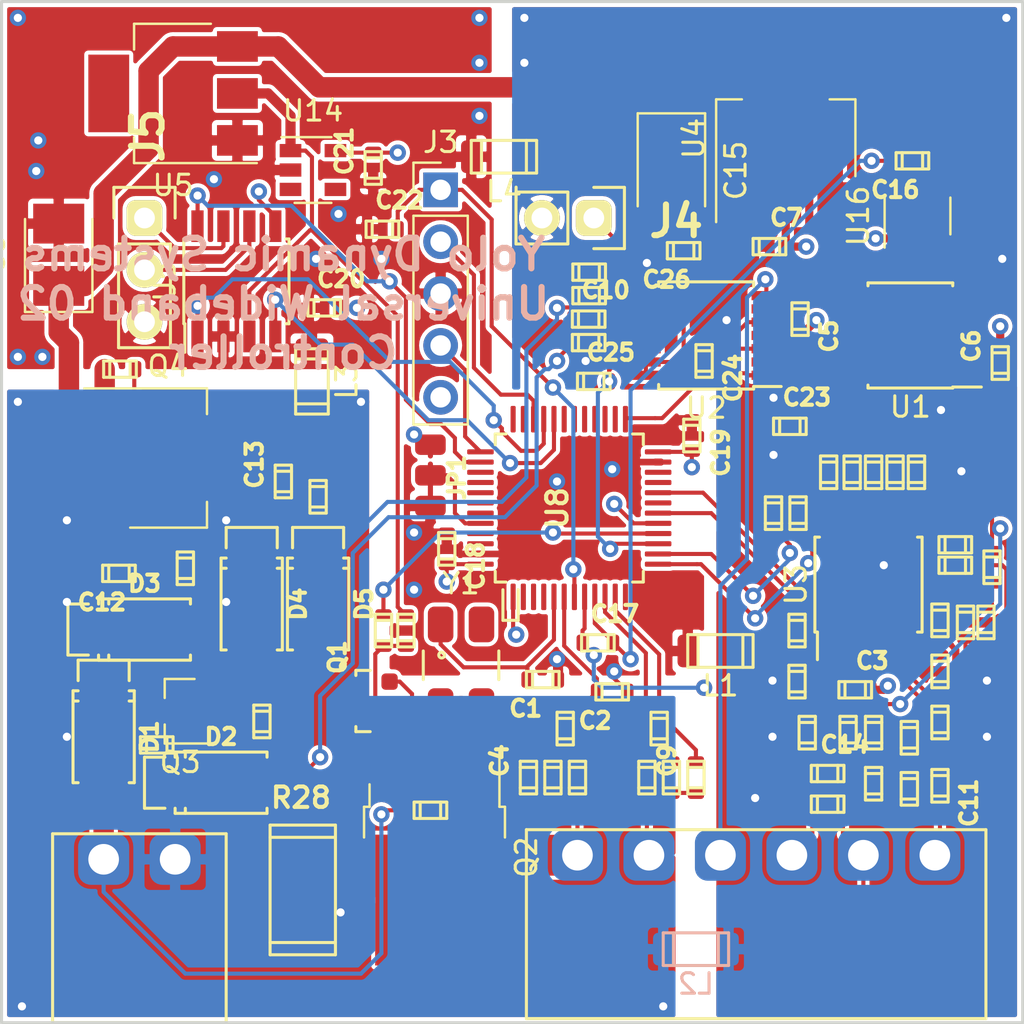
<source format=kicad_pcb>
(kicad_pcb (version 20171130) (host pcbnew "(5.1.0-rc1-120-gc4fe6785a)")
  (layers (0 F.Cu signal hide) (1 In1.Cu signal hide) (2 In2.Cu signal hide) (31 B.Cu signal) (34 B.Paste user) (35 F.Paste user) (36 B.SilkS user) (37 F.SilkS user) (38 B.Mask user) (39 F.Mask user) (44 Edge.Cuts user))
  (net 0 "")
  (net 1 "Net-(C1-Pad1)")
  (net 2 GNDD)
  (net 3 "Net-(C2-Pad1)")
  (net 4 GNDA)
  (net 5 HTR_VOLT_HIGH)
  (net 6 GNDPWR)
  (net 7 "Net-(C10-Pad1)")
  (net 8 PIN6)
  (net 9 "Net-(C11-Pad2)")
  (net 10 "Net-(C12-Pad1)")
  (net 11 "Net-(C12-Pad2)")
  (net 12 "Net-(C13-Pad1)")
  (net 13 "Net-(C13-Pad2)")
  (net 14 PIN5)
  (net 15 PIN1)
  (net 16 "Net-(D2-Pad2)")
  (net 17 "Net-(D2-Pad1)")
  (net 18 HEATER_HIGH)
  (net 19 HEATER_LOW)
  (net 20 VGND)
  (net 21 "Net-(Q1-Pad2)")
  (net 22 "Net-(Q1-Pad1)")
  (net 23 "Net-(Q2-Pad3)")
  (net 24 "Net-(Q4-Pad1)")
  (net 25 HTR_VOLT_LOW)
  (net 26 "Net-(R10-Pad2)")
  (net 27 "Net-(R12-Pad1)")
  (net 28 2.5VrefA)
  (net 29 "Net-(R13-Pad1)")
  (net 30 "Net-(R14-Pad1)")
  (net 31 "Net-(R15-Pad1)")
  (net 32 HEATER_GATE)
  (net 33 +5VD)
  (net 34 "Net-(R18-Pad1)")
  (net 35 "Net-(R19-Pad1)")
  (net 36 "Net-(R23-Pad1)")
  (net 37 "Net-(R24-Pad1)")
  (net 38 "Net-(R31-Pad1)")
  (net 39 HEATER_CUR)
  (net 40 "Net-(R35-Pad1)")
  (net 41 "Net-(R36-Pad1)")
  (net 42 "Net-(R38-Pad1)")
  (net 43 Umeas)
  (net 44 "Net-(R44-Pad1)")
  (net 45 "Net-(R45-Pad1)")
  (net 46 "Net-(R48-Pad1)")
  (net 47 Imeas)
  (net 48 "Net-(U1-Pad1)")
  (net 49 +5VA)
  (net 50 "Net-(U1-Pad3)")
  (net 51 "Net-(U1-Pad5)")
  (net 52 "Net-(U1-Pad6)")
  (net 53 "Net-(U1-Pad7)")
  (net 54 "Net-(U1-Pad8)")
  (net 55 "Net-(U8-Pad2)")
  (net 56 "Net-(U8-Pad3)")
  (net 57 "Net-(U8-Pad4)")
  (net 58 +3V3)
  (net 59 DAC1)
  (net 60 DAC2)
  (net 61 DAC3)
  (net 62 "Net-(U8-Pad26)")
  (net 63 "Net-(U8-Pad27)")
  (net 64 "Net-(U8-Pad28)")
  (net 65 "Net-(U8-Pad29)")
  (net 66 "Net-(U8-Pad35)")
  (net 67 "Net-(U8-Pad36)")
  (net 68 "Net-(U8-Pad39)")
  (net 69 "Net-(U8-Pad40)")
  (net 70 "Net-(U8-Pad41)")
  (net 71 "Net-(U8-Pad42)")
  (net 72 "Net-(U8-Pad43)")
  (net 73 "Net-(U8-Pad45)")
  (net 74 "Net-(U8-Pad46)")
  (net 75 "Net-(U14-Pad3)")
  (net 76 "Net-(U14-Pad4)")
  (net 77 "Net-(U16-Pad3)")
  (net 78 "Net-(U16-Pad4)")
  (net 79 +3.3VA)
  (net 80 "Net-(U8-Pad12)")
  (net 81 "Net-(U8-Pad19)")
  (net 82 "Net-(U8-Pad21)")
  (net 83 "Net-(U8-Pad22)")
  (net 84 "Net-(R1-Pad2)")
  (net 85 NRST)
  (net 86 "Net-(J3-Pad2)")
  (net 87 "Net-(J3-Pad4)")
  (net 88 "Net-(JP1-Pad2)")
  (net 89 "Net-(C26-Pad1)")
  (net 90 "Net-(J5-Pad1)")
  (net 91 "Net-(J5-Pad2)")
  (net 92 "Net-(U5-Pad8)")
  (net 93 "Net-(U5-Pad4)")
  (net 94 "Net-(U5-Pad1)")
  (net 95 TX)
  (net 96 RX)
  (module Connector_PinHeader_2.54mm:PinHeader_1x05_P2.54mm_Vertical (layer F.Cu) (at 111.5 69.22)
    (fp_text reference J3 (at 0 -2.33) (layer F.SilkS))
    (fp_text value Conn_01x04)
    (pad 5 thru_hole oval (at 0 10.16) (size 1.7 1.7) (drill 1) (layers *.Cu *.Mask) (net 58 +3V3))
    (pad 4 thru_hole oval (at 0 7.62) (size 1.7 1.7) (drill 1) (layers *.Cu *.Mask) (net 87 "Net-(J3-Pad4)"))
    (pad 3 thru_hole oval (at 0 5.08) (size 1.7 1.7) (drill 1) (layers *.Cu *.Mask) (net 2 GNDD))
    (pad 2 thru_hole oval (at 0 2.54) (size 1.7 1.7) (drill 1) (layers *.Cu *.Mask) (net 86 "Net-(J3-Pad2)"))
    (pad 1 thru_hole rect (at 0 0) (size 1.7 1.7) (drill 1) (layers *.Cu *.Mask) (net 85 NRST))
  )
  (module Package_SO:SOIC-8_3.9x4.9mm_P1.27mm (layer F.Cu) (at 101.5 73.7 90)
    (fp_text reference U5 (at 0 -3.5 90) (layer F.SilkS))
    (fp_text value MCP2558FD-xSN)
    (pad 8 smd rect (at 2.7 -1.905 90) (size 1.55 0.6) (layers F.Cu F.Paste F.Mask) (net 92 "Net-(U5-Pad8)"))
    (pad 7 smd rect (at 2.7 -0.635 90) (size 1.55 0.6) (layers F.Cu F.Paste F.Mask) (net 90 "Net-(J5-Pad1)"))
    (pad 6 smd rect (at 2.7 0.635 90) (size 1.55 0.6) (layers F.Cu F.Paste F.Mask) (net 91 "Net-(J5-Pad2)"))
    (pad 5 smd rect (at 2.7 1.905 90) (size 1.55 0.6) (layers F.Cu F.Paste F.Mask) (net 58 +3V3))
    (pad 4 smd rect (at -2.7 1.905 90) (size 1.55 0.6) (layers F.Cu F.Paste F.Mask) (net 93 "Net-(U5-Pad4)"))
    (pad 3 smd rect (at -2.7 0.635 90) (size 1.55 0.6) (layers F.Cu F.Paste F.Mask) (net 33 +5VD))
    (pad 2 smd rect (at -2.7 -0.635 90) (size 1.55 0.6) (layers F.Cu F.Paste F.Mask) (net 2 GNDD))
    (pad 1 smd rect (at -2.7 -1.905 90) (size 1.55 0.6) (layers F.Cu F.Paste F.Mask) (net 94 "Net-(U5-Pad1)"))
  )
  (module stmbl:Pin_Header_Straight_1x03 (layer F.Cu) (at 97 70.6)
    (fp_text reference J5 (at 0.158 -4.034 -90) (layer F.SilkS) (effects (font (size 1.5 1.5) (thickness 0.3))))
    (fp_text value CONN_01X03)
    (pad 1 thru_hole roundrect (at 0 0) (size 1.75 1.75) (drill 1.016) (layers *.Cu *.Mask F.SilkS) (net 90 "Net-(J5-Pad1)"))
    (pad 2 thru_hole circle (at 0 2.54) (size 1.75 1.75) (drill 1.016) (layers *.Cu *.Mask F.SilkS) (net 91 "Net-(J5-Pad2)"))
    (pad 3 thru_hole circle (at 0 5.08) (size 1.75 1.75) (drill 1.016) (layers *.Cu *.Mask F.SilkS) (net 2 GNDD))
  )
  (module stmbl-kicad-lib:Pin_Header_Straight_1x02 (layer F.Cu) (at 119 70.6 270)
    (fp_text reference J4 (at 0.158 -4.034 180) (layer F.SilkS) (effects (font (size 1.5 1.5) (thickness 0.3))))
    (fp_text value Conn_01x02)
    (pad 1 thru_hole roundrect (at 0 0 270) (size 1.75 1.75) (drill 1.016) (layers *.Cu *.Mask F.SilkS) (net 89 "Net-(C26-Pad1)"))
    (pad 2 thru_hole circle (at 0 2.54 270) (size 1.75 1.75) (drill 1.016) (layers *.Cu *.Mask F.SilkS) (net 4 GNDA))
  )
  (module stmbl-kicad-lib:C_0603 (layer F.Cu) (at 123.4 72.2)
    (fp_text reference C26 (at -0.834 1.416) (layer F.SilkS) (effects (font (size 0.8 0.8) (thickness 0.2))))
    (fp_text value C)
    (pad 2 smd roundrect (at 0.75 0) (size 0.59 0.8) (layers F.Cu F.Paste F.Mask) (net 4 GNDA))
    (pad 1 smd roundrect (at -0.75 0) (size 0.59 0.8) (layers F.Cu F.Paste F.Mask) (net 89 "Net-(C26-Pad1)"))
  )
  (module stmbl-kicad-lib:C_0603 (layer F.Cu) (at 119 78.6 180)
    (fp_text reference C25 (at -0.834 1.416 180) (layer F.SilkS) (effects (font (size 0.8 0.8) (thickness 0.2))))
    (fp_text value C)
    (pad 2 smd roundrect (at 0.75 0 180) (size 0.59 0.8) (layers F.Cu F.Paste F.Mask) (net 4 GNDA))
    (pad 1 smd roundrect (at -0.75 0 180) (size 0.59 0.8) (layers F.Cu F.Paste F.Mask) (net 61 DAC3))
  )
  (module stmbl-kicad-lib:SOLDER_JUMPER_3_NC (layer F.Cu) (at 111 83.2 90)
    (fp_text reference JP1 (at -0.114 1.29 90) (layer F.SilkS) (effects (font (size 0.8 0.8) (thickness 0.2))))
    (fp_text value JUMPER3_NC)
    (fp_line (start 1.5 0) (end 0.95 0) (layer F.Cu) (width 0.25))
    (fp_line (start 0 0) (end 0.55 0) (layer F.Cu) (width 0.25))
    (fp_line (start -1.5 0) (end 0 0) (layer F.Cu) (width 0.25))
    (pad 3 smd roundrect (at 1.5 0 90) (size 1 1.5) (layers F.Cu F.Mask) (net 58 +3V3))
    (pad 2 smd roundrect (at 0 0 90) (size 1 1.5) (layers F.Cu F.Mask) (net 88 "Net-(JP1-Pad2)"))
    (pad 1 smd roundrect (at -1.5 0 90) (size 1 1.5) (layers F.Cu F.Mask) (net 2 GNDD))
  )
  (module stmbl-kicad-lib:C_0603 (layer F.Cu) (at 124.4 77.6 90)
    (fp_text reference C24 (at -0.834 1.416 90) (layer F.SilkS) (effects (font (size 0.8 0.8) (thickness 0.2))))
    (fp_text value C)
    (pad 2 smd roundrect (at 0.75 0 90) (size 0.59 0.8) (layers F.Cu F.Paste F.Mask) (net 4 GNDA))
    (pad 1 smd roundrect (at -0.75 0 90) (size 0.59 0.8) (layers F.Cu F.Paste F.Mask) (net 28 2.5VrefA))
  )
  (module stmbl-kicad-lib:C_0603 (layer F.Cu) (at 128.6 80.8 180)
    (fp_text reference C23 (at -0.834 1.416 180) (layer F.SilkS) (effects (font (size 0.8 0.8) (thickness 0.2))))
    (fp_text value C)
    (pad 2 smd roundrect (at 0.75 0 180) (size 0.59 0.8) (layers F.Cu F.Paste F.Mask) (net 4 GNDA))
    (pad 1 smd roundrect (at -0.75 0 180) (size 0.59 0.8) (layers F.Cu F.Paste F.Mask) (net 28 2.5VrefA))
  )
  (module stmbl-kicad-lib:C_0603 (layer F.Cu) (at 108.65 71.15 180)
    (fp_text reference C22 (at -0.834 1.416 180) (layer F.SilkS) (effects (font (size 0.8 0.8) (thickness 0.2))))
    (fp_text value C)
    (pad 2 smd roundrect (at 0.75 0 180) (size 0.59 0.8) (layers F.Cu F.Paste F.Mask) (net 2 GNDD))
    (pad 1 smd roundrect (at -0.75 0 180) (size 0.59 0.8) (layers F.Cu F.Paste F.Mask) (net 85 NRST))
  )
  (module stmbl-kicad-lib:C_1206 (layer F.Cu) (at 114.6 67.6 180)
    (fp_text reference L4 (at 0 -1.7 180) (layer F.SilkS))
    (fp_text value Ferrite_Bead)
    (pad 1 smd roundrect (at -1.6 0 180) (size 1 1.6) (layers F.Cu F.Paste F.Mask) (net 4 GNDA))
    (pad 2 smd roundrect (at 1.6 0 180) (size 1 1.6) (layers F.Cu F.Paste F.Mask) (net 2 GNDD))
  )
  (module stmbl-kicad-lib:C_1206 (layer F.Cu) (at 105.2 78.6 270)
    (fp_text reference L3 (at 0 -1.7 270) (layer F.SilkS))
    (fp_text value Ferrite_Bead)
    (pad 1 smd roundrect (at -1.6 0 270) (size 1 1.6) (layers F.Cu F.Paste F.Mask) (net 2 GNDD))
    (pad 2 smd roundrect (at 1.6 0 270) (size 1 1.6) (layers F.Cu F.Paste F.Mask) (net 6 GNDPWR))
  )
  (module stmbl-kicad-lib:C_1206 (layer B.Cu) (at 124 106.4)
    (fp_text reference L2 (at 0 1.7) (layer B.SilkS) (effects (justify mirror)))
    (fp_text value Ferrite_Bead)
    (pad 1 smd roundrect (at -1.6 0) (size 1 1.6) (layers B.Cu B.Paste B.Mask) (net 6 GNDPWR))
    (pad 2 smd roundrect (at 1.6 0) (size 1 1.6) (layers B.Cu B.Paste B.Mask) (net 4 GNDA))
  )
  (module stmbl-kicad-lib:C_1206 (layer F.Cu) (at 125.2 91.8 180)
    (fp_text reference L1 (at 0 -1.7 180) (layer F.SilkS))
    (fp_text value Ferrite_Bead)
    (pad 1 smd roundrect (at -1.6 0 180) (size 1 1.6) (layers F.Cu F.Paste F.Mask) (net 4 GNDA))
    (pad 2 smd roundrect (at 1.6 0 180) (size 1 1.6) (layers F.Cu F.Paste F.Mask) (net 2 GNDD))
  )
  (module stmbl-kicad-lib:C_0603 (layer F.Cu) (at 108.2 68.15 270)
    (fp_text reference C21 (at -0.834 1.416 270) (layer F.SilkS) (effects (font (size 0.8 0.8) (thickness 0.2))))
    (fp_text value C)
    (pad 2 smd roundrect (at 0.75 0 270) (size 0.59 0.8) (layers F.Cu F.Paste F.Mask) (net 2 GNDD))
    (pad 1 smd roundrect (at -0.75 0 270) (size 0.59 0.8) (layers F.Cu F.Paste F.Mask) (net 58 +3V3))
  )
  (module stmbl-kicad-lib:C_0603 (layer F.Cu) (at 105.8 75 180)
    (fp_text reference C20 (at -0.834 1.416 180) (layer F.SilkS) (effects (font (size 0.8 0.8) (thickness 0.2))))
    (fp_text value C)
    (pad 2 smd roundrect (at 0.75 0 180) (size 0.59 0.8) (layers F.Cu F.Paste F.Mask) (net 2 GNDD))
    (pad 1 smd roundrect (at -0.75 0 180) (size 0.59 0.8) (layers F.Cu F.Paste F.Mask) (net 58 +3V3))
  )
  (module stmbl-kicad-lib:C_0603 (layer F.Cu) (at 123.8 81.25 90)
    (fp_text reference C19 (at -0.834 1.416 90) (layer F.SilkS) (effects (font (size 0.8 0.8) (thickness 0.2))))
    (fp_text value C)
    (pad 2 smd roundrect (at 0.75 0 90) (size 0.59 0.8) (layers F.Cu F.Paste F.Mask) (net 2 GNDD))
    (pad 1 smd roundrect (at -0.75 0 90) (size 0.59 0.8) (layers F.Cu F.Paste F.Mask) (net 58 +3V3))
  )
  (module stmbl-kicad-lib:C_0603 (layer F.Cu) (at 111.8 86.8 90)
    (fp_text reference C18 (at -0.834 1.416 90) (layer F.SilkS) (effects (font (size 0.8 0.8) (thickness 0.2))))
    (fp_text value C)
    (pad 2 smd roundrect (at 0.75 0 90) (size 0.59 0.8) (layers F.Cu F.Paste F.Mask) (net 2 GNDD))
    (pad 1 smd roundrect (at -0.75 0 90) (size 0.59 0.8) (layers F.Cu F.Paste F.Mask) (net 58 +3V3))
  )
  (module stmbl-kicad-lib:C_0603 (layer F.Cu) (at 119.2 91.4 180)
    (fp_text reference C17 (at -0.834 1.416 180) (layer F.SilkS) (effects (font (size 0.8 0.8) (thickness 0.2))))
    (fp_text value C)
    (pad 2 smd roundrect (at 0.75 0 180) (size 0.59 0.8) (layers F.Cu F.Paste F.Mask) (net 4 GNDA))
    (pad 1 smd roundrect (at -0.75 0 180) (size 0.59 0.8) (layers F.Cu F.Paste F.Mask) (net 79 +3.3VA))
  )
  (module stmbl-kicad-lib:C_0603 (layer F.Cu) (at 134.6 67.8)
    (fp_text reference C16 (at -0.834 1.416) (layer F.SilkS) (effects (font (size 0.8 0.8) (thickness 0.2))))
    (fp_text value C)
    (pad 2 smd roundrect (at 0.75 0) (size 0.59 0.8) (layers F.Cu F.Paste F.Mask) (net 4 GNDA))
    (pad 1 smd roundrect (at -0.75 0) (size 0.59 0.8) (layers F.Cu F.Paste F.Mask) (net 79 +3.3VA))
  )
  (module Capacitors_Tantalum_SMD:CP_Tantalum_Case-T_EIA-3528-12_Reflow (layer F.Cu) (at 122.8 68.275 270)
    (fp_text reference C15 (at 0 -3.15 270) (layer F.SilkS))
    (fp_text value CP)
    (pad 1 smd rect (at -1.525 0 270) (size 1.95 2.5) (layers F.Cu F.Paste F.Mask) (net 12 "Net-(C13-Pad1)"))
    (pad 2 smd rect (at 1.525 0 270) (size 1.95 2.5) (layers F.Cu F.Paste F.Mask) (net 4 GNDA))
  )
  (module Capacitors_Tantalum_SMD:CP_Tantalum_Case-T_EIA-3528-12_Reflow (layer F.Cu) (at 92.8 72.4 90)
    (fp_text reference C8 (at 0 -3.15 90) (layer F.SilkS))
    (fp_text value CP)
    (pad 1 smd rect (at -1.525 0 90) (size 1.95 2.5) (layers F.Cu F.Paste F.Mask) (net 12 "Net-(C13-Pad1)"))
    (pad 2 smd rect (at 1.525 0 90) (size 1.95 2.5) (layers F.Cu F.Paste F.Mask) (net 2 GNDD))
  )
  (module stmbl-kicad-lib:C_0603 (layer F.Cu) (at 127.6 72 180)
    (fp_text reference C7 (at -0.834 1.416 180) (layer F.SilkS) (effects (font (size 0.8 0.8) (thickness 0.2))))
    (fp_text value C)
    (pad 2 smd roundrect (at 0.75 0 180) (size 0.59 0.8) (layers F.Cu F.Paste F.Mask) (net 4 GNDA))
    (pad 1 smd roundrect (at -0.75 0 180) (size 0.59 0.8) (layers F.Cu F.Paste F.Mask) (net 49 +5VA))
  )
  (module stmbl-kicad-lib:C_0603 (layer F.Cu) (at 138.9 77.7 270)
    (fp_text reference C6 (at -0.834 1.416 270) (layer F.SilkS) (effects (font (size 0.8 0.8) (thickness 0.2))))
    (fp_text value C)
    (pad 2 smd roundrect (at 0.75 0 270) (size 0.59 0.8) (layers F.Cu F.Paste F.Mask) (net 4 GNDA))
    (pad 1 smd roundrect (at -0.75 0 270) (size 0.59 0.8) (layers F.Cu F.Paste F.Mask) (net 49 +5VA))
  )
  (module stmbl-kicad-lib:C_0603 (layer F.Cu) (at 129.1 75.55 90)
    (fp_text reference C5 (at -0.834 1.416 90) (layer F.SilkS) (effects (font (size 0.8 0.8) (thickness 0.2))))
    (fp_text value C)
    (pad 2 smd roundrect (at 0.75 0 90) (size 0.59 0.8) (layers F.Cu F.Paste F.Mask) (net 4 GNDA))
    (pad 1 smd roundrect (at -0.75 0 90) (size 0.59 0.8) (layers F.Cu F.Paste F.Mask) (net 49 +5VA))
  )
  (module stmbl-kicad-lib:R_0603 (layer F.Cu) (at 117.6 95.6 270)
    (fp_text reference R1 hide)
    (fp_text value 10k)
    (pad 2 smd roundrect (at 0.75 0 270) (size 0.59 0.8) (layers F.Cu F.Paste F.Mask) (net 84 "Net-(R1-Pad2)"))
    (pad 1 smd roundrect (at -0.75 0 270) (size 0.59 0.8) (layers F.Cu F.Paste F.Mask) (net 25 HTR_VOLT_LOW))
  )
  (module stmbl-kicad-lib:C_0603 (layer F.Cu) (at 115.8 98 270)
    (fp_text reference C4 (at -0.834 1.416 270) (layer F.SilkS) (effects (font (size 0.8 0.8) (thickness 0.2))))
    (fp_text value C)
    (pad 2 smd roundrect (at 0.75 0 270) (size 0.59 0.8) (layers F.Cu F.Paste F.Mask) (net 6 GNDPWR))
    (pad 1 smd roundrect (at -0.75 0 270) (size 0.59 0.8) (layers F.Cu F.Paste F.Mask) (net 25 HTR_VOLT_LOW))
  )
  (module stmbl-kicad-lib:C_0603 (layer F.Cu) (at 130.45 97.8 180)
    (fp_text reference C14 (at -0.834 1.416 180) (layer F.SilkS) (effects (font (size 0.8 0.8) (thickness 0.2))))
    (fp_text value C)
    (pad 2 smd roundrect (at 0.75 0 180) (size 0.59 0.8) (layers F.Cu F.Paste F.Mask) (net 15 PIN1))
    (pad 1 smd roundrect (at -0.75 0 180) (size 0.59 0.8) (layers F.Cu F.Paste F.Mask) (net 14 PIN5))
  )
  (module stmbl-kicad-lib:C_0603 (layer F.Cu) (at 103.8 83.5 270)
    (fp_text reference C13 (at -0.834 1.416 270) (layer F.SilkS) (effects (font (size 0.8 0.8) (thickness 0.2))))
    (fp_text value C)
    (pad 2 smd roundrect (at 0.75 0 270) (size 0.59 0.8) (layers F.Cu F.Paste F.Mask) (net 13 "Net-(C13-Pad2)"))
    (pad 1 smd roundrect (at -0.75 0 270) (size 0.59 0.8) (layers F.Cu F.Paste F.Mask) (net 12 "Net-(C13-Pad1)"))
  )
  (module stmbl-kicad-lib:C_0603 (layer F.Cu) (at 95.75 88)
    (fp_text reference C12 (at -0.834 1.416) (layer F.SilkS) (effects (font (size 0.8 0.8) (thickness 0.2))))
    (fp_text value C)
    (pad 2 smd roundrect (at 0.75 0) (size 0.59 0.8) (layers F.Cu F.Paste F.Mask) (net 11 "Net-(C12-Pad2)"))
    (pad 1 smd roundrect (at -0.75 0) (size 0.59 0.8) (layers F.Cu F.Paste F.Mask) (net 10 "Net-(C12-Pad1)"))
  )
  (module stmbl-kicad-lib:C_0603 (layer F.Cu) (at 135.95 98.4 90)
    (fp_text reference C11 (at -0.834 1.416 90) (layer F.SilkS) (effects (font (size 0.8 0.8) (thickness 0.2))))
    (fp_text value C)
    (pad 2 smd roundrect (at 0.75 0 90) (size 0.59 0.8) (layers F.Cu F.Paste F.Mask) (net 9 "Net-(C11-Pad2)"))
    (pad 1 smd roundrect (at -0.75 0 90) (size 0.59 0.8) (layers F.Cu F.Paste F.Mask) (net 8 PIN6))
  )
  (module stmbl-kicad-lib:C_0603 (layer F.Cu) (at 118.75 75.55 180)
    (fp_text reference C10 (at -0.834 1.416 180) (layer F.SilkS) (effects (font (size 0.8 0.8) (thickness 0.2))))
    (fp_text value C)
    (pad 2 smd roundrect (at 0.75 0 180) (size 0.59 0.8) (layers F.Cu F.Paste F.Mask) (net 6 GNDPWR))
    (pad 1 smd roundrect (at -0.75 0 180) (size 0.59 0.8) (layers F.Cu F.Paste F.Mask) (net 7 "Net-(C10-Pad1)"))
  )
  (module stmbl-kicad-lib:C_0603 (layer F.Cu) (at 124 98 270)
    (fp_text reference C9 (at -0.834 1.416 270) (layer F.SilkS) (effects (font (size 0.8 0.8) (thickness 0.2))))
    (fp_text value C)
    (pad 2 smd roundrect (at 0.75 0 270) (size 0.59 0.8) (layers F.Cu F.Paste F.Mask) (net 6 GNDPWR))
    (pad 1 smd roundrect (at -0.75 0 270) (size 0.59 0.8) (layers F.Cu F.Paste F.Mask) (net 5 HTR_VOLT_HIGH))
  )
  (module stmbl-kicad-lib:C_0603 (layer F.Cu) (at 131.8 93.7 180)
    (fp_text reference C3 (at -0.834 1.416 180) (layer F.SilkS) (effects (font (size 0.8 0.8) (thickness 0.2))))
    (fp_text value C)
    (pad 2 smd roundrect (at 0.75 0 180) (size 0.59 0.8) (layers F.Cu F.Paste F.Mask) (net 4 GNDA))
    (pad 1 smd roundrect (at -0.75 0 180) (size 0.59 0.8) (layers F.Cu F.Paste F.Mask) (net 49 +5VA))
  )
  (module stmbl-kicad-lib:C_0603 (layer F.Cu) (at 119.9 93.8)
    (fp_text reference C2 (at -0.834 1.416) (layer F.SilkS) (effects (font (size 0.8 0.8) (thickness 0.2))))
    (fp_text value C)
    (pad 2 smd roundrect (at 0.75 0) (size 0.59 0.8) (layers F.Cu F.Paste F.Mask) (net 2 GNDD))
    (pad 1 smd roundrect (at -0.75 0) (size 0.59 0.8) (layers F.Cu F.Paste F.Mask) (net 3 "Net-(C2-Pad1)"))
  )
  (module stmbl-kicad-lib:C_0603 (layer F.Cu) (at 116.5 93.2)
    (fp_text reference C1 (at -0.834 1.416) (layer F.SilkS) (effects (font (size 0.8 0.8) (thickness 0.2))))
    (fp_text value C)
    (pad 2 smd roundrect (at 0.75 0) (size 0.59 0.8) (layers F.Cu F.Paste F.Mask) (net 2 GNDD))
    (pad 1 smd roundrect (at -0.75 0) (size 0.59 0.8) (layers F.Cu F.Paste F.Mask) (net 1 "Net-(C1-Pad1)"))
  )
  (module stmbl-kicad-lib:R_2512 (layer F.Cu) (at 104.75 103.5 90)
    (fp_text reference R28 (at 4.518 -0.09 -180) (layer F.SilkS) (effects (font (thickness 0.2))))
    (fp_text value R)
    (pad 1 smd roundrect (at -2.75 0 90) (size 1.5 3.2) (layers F.Cu F.Paste F.Mask) (net 6 GNDPWR))
    (pad 2 smd roundrect (at 2.75 0 90) (size 1.5 3.2) (layers F.Cu F.Paste F.Mask) (net 23 "Net-(Q2-Pad3)"))
  )
  (module TO_SOT_Packages_SMD:SOT-223-3_TabPin2 (layer F.Cu) (at 98.4 64.5 180)
    (fp_text reference U5 (at 0 -4.5 180) (layer F.SilkS))
    (fp_text value NCP1117-5.0_SOT223)
    (pad 2 smd rect (at 3.15 0 180) (size 2 3.8) (layers F.Cu F.Paste F.Mask) (net 33 +5VD))
    (pad 2 smd rect (at -3.15 0 180) (size 2 1.5) (layers F.Cu F.Paste F.Mask) (net 33 +5VD))
    (pad 3 smd rect (at -3.15 2.3 180) (size 2 1.5) (layers F.Cu F.Paste F.Mask) (net 12 "Net-(C13-Pad1)"))
    (pad 1 smd rect (at -3.15 -2.3 180) (size 2 1.5) (layers F.Cu F.Paste F.Mask) (net 2 GNDD))
  )
  (module TO_SOT_Packages_SMD:SOT-223-3_TabPin2 (layer F.Cu) (at 128.4 66.7 90)
    (fp_text reference U4 (at 0 -4.5 90) (layer F.SilkS))
    (fp_text value NCP1117-5.0_SOT223)
    (pad 2 smd rect (at 3.15 0 90) (size 2 3.8) (layers F.Cu F.Paste F.Mask) (net 49 +5VA))
    (pad 2 smd rect (at -3.15 0 90) (size 2 1.5) (layers F.Cu F.Paste F.Mask) (net 49 +5VA))
    (pad 3 smd rect (at -3.15 2.3 90) (size 2 1.5) (layers F.Cu F.Paste F.Mask) (net 12 "Net-(C13-Pad1)"))
    (pad 1 smd rect (at -3.15 -2.3 90) (size 2 1.5) (layers F.Cu F.Paste F.Mask) (net 4 GNDA))
  )
  (module TO_SOT_Packages_SMD:TO-252-2 (layer F.Cu) (at 111.2 101.9 270)
    (fp_text reference Q2 (at 0 -4.5 270) (layer F.SilkS))
    (fp_text value Q_NMOS_GDS)
    (pad 1 smd rect (at -4.2 -2.28 270) (size 2.2 1.2) (layers F.Cu F.Paste F.Mask) (net 21 "Net-(Q1-Pad2)"))
    (pad 3 smd rect (at -4.2 2.28 270) (size 2.2 1.2) (layers F.Cu F.Paste F.Mask) (net 23 "Net-(Q2-Pad3)"))
    (pad 2 smd rect (at 2.1 0 270) (size 6.4 5.8) (layers F.Cu F.Mask) (net 19 HEATER_LOW))
    (pad 2 smd rect (at 3.775 1.525 270) (size 3.05 2.75) (layers F.Cu F.Paste) (net 19 HEATER_LOW))
    (pad 2 smd rect (at 0.425 -1.525 270) (size 3.05 2.75) (layers F.Cu F.Paste) (net 19 HEATER_LOW))
    (pad 2 smd rect (at 3.775 -1.525 270) (size 3.05 2.75) (layers F.Cu F.Paste) (net 19 HEATER_LOW))
    (pad 2 smd rect (at 0.425 1.525 270) (size 3.05 2.75) (layers F.Cu F.Paste) (net 19 HEATER_LOW))
  )
  (module stmbl-kicad-lib:SOT-23 (layer F.Cu) (at 108 94.25 180)
    (fp_text reference Q1 (at 1.552 2.152 270) (layer F.SilkS) (effects (font (size 0.8 0.8) (thickness 0.2))))
    (fp_text value BSP129)
    (pad 3 smd roundrect (at 0.99822 0 90) (size 0.8001 0.8001) (layers F.Cu F.Paste F.Mask) (net 6 GNDPWR))
    (pad 2 smd roundrect (at -1.00076 0.95 90) (size 0.8001 0.8001) (layers F.Cu F.Paste F.Mask) (net 21 "Net-(Q1-Pad2)"))
    (pad 1 smd roundrect (at -1.00076 -0.95 90) (size 0.8001 0.8001) (layers F.Cu F.Paste F.Mask) (net 22 "Net-(Q1-Pad1)"))
  )
  (module Housings_SSOP:TSSOP-14_4.4x5mm_Pitch0.65mm (layer F.Cu) (at 132.45 88.55 90)
    (fp_text reference U3 (at 0 -3.55 90) (layer F.SilkS))
    (fp_text value OPA4376)
    (pad 1 smd rect (at -2.95 -1.95 90) (size 1.45 0.45) (layers F.Cu F.Paste F.Mask) (net 46 "Net-(R48-Pad1)"))
    (pad 2 smd rect (at -2.95 -1.3 90) (size 1.45 0.45) (layers F.Cu F.Paste F.Mask) (net 45 "Net-(R45-Pad1)"))
    (pad 3 smd rect (at -2.95 -0.65 90) (size 1.45 0.45) (layers F.Cu F.Paste F.Mask) (net 44 "Net-(R44-Pad1)"))
    (pad 4 smd rect (at -2.95 0 90) (size 1.45 0.45) (layers F.Cu F.Paste F.Mask) (net 49 +5VA))
    (pad 5 smd rect (at -2.95 0.65 90) (size 1.45 0.45) (layers F.Cu F.Paste F.Mask) (net 40 "Net-(R35-Pad1)"))
    (pad 6 smd rect (at -2.95 1.3 90) (size 1.45 0.45) (layers F.Cu F.Paste F.Mask) (net 41 "Net-(R36-Pad1)"))
    (pad 7 smd rect (at -2.95 1.95 90) (size 1.45 0.45) (layers F.Cu F.Paste F.Mask) (net 42 "Net-(R38-Pad1)"))
    (pad 8 smd rect (at 2.95 1.95 90) (size 1.45 0.45) (layers F.Cu F.Paste F.Mask) (net 36 "Net-(R23-Pad1)"))
    (pad 9 smd rect (at 2.95 1.3 90) (size 1.45 0.45) (layers F.Cu F.Paste F.Mask) (net 29 "Net-(R13-Pad1)"))
    (pad 10 smd rect (at 2.95 0.65 90) (size 1.45 0.45) (layers F.Cu F.Paste F.Mask) (net 27 "Net-(R12-Pad1)"))
    (pad 11 smd rect (at 2.95 0 90) (size 1.45 0.45) (layers F.Cu F.Paste F.Mask) (net 4 GNDA))
    (pad 12 smd rect (at 2.95 -0.65 90) (size 1.45 0.45) (layers F.Cu F.Paste F.Mask) (net 30 "Net-(R14-Pad1)"))
    (pad 13 smd rect (at 2.95 -1.3 90) (size 1.45 0.45) (layers F.Cu F.Paste F.Mask) (net 31 "Net-(R15-Pad1)"))
    (pad 14 smd rect (at 2.95 -1.95 90) (size 1.45 0.45) (layers F.Cu F.Paste F.Mask) (net 37 "Net-(R24-Pad1)"))
  )
  (module Housings_SSOP:TSSOP-14_4.4x5mm_Pitch0.65mm (layer F.Cu) (at 124.5 76.35 180)
    (fp_text reference U2 (at 0 -3.55 180) (layer F.SilkS))
    (fp_text value OPA4376)
    (pad 1 smd rect (at -2.95 -1.95 180) (size 1.45 0.45) (layers F.Cu F.Paste F.Mask) (net 28 2.5VrefA))
    (pad 2 smd rect (at -2.95 -1.3 180) (size 1.45 0.45) (layers F.Cu F.Paste F.Mask) (net 52 "Net-(U1-Pad6)"))
    (pad 3 smd rect (at -2.95 -0.65 180) (size 1.45 0.45) (layers F.Cu F.Paste F.Mask) (net 28 2.5VrefA))
    (pad 4 smd rect (at -2.95 0 180) (size 1.45 0.45) (layers F.Cu F.Paste F.Mask) (net 49 +5VA))
    (pad 5 smd rect (at -2.95 0.65 180) (size 1.45 0.45) (layers F.Cu F.Paste F.Mask) (net 28 2.5VrefA))
    (pad 6 smd rect (at -2.95 1.3 180) (size 1.45 0.45) (layers F.Cu F.Paste F.Mask) (net 20 VGND))
    (pad 7 smd rect (at -2.95 1.95 180) (size 1.45 0.45) (layers F.Cu F.Paste F.Mask) (net 20 VGND))
    (pad 8 smd rect (at 2.95 1.95 180) (size 1.45 0.45) (layers F.Cu F.Paste F.Mask) (net 39 HEATER_CUR))
    (pad 9 smd rect (at 2.95 1.3 180) (size 1.45 0.45) (layers F.Cu F.Paste F.Mask) (net 38 "Net-(R31-Pad1)"))
    (pad 10 smd rect (at 2.95 0.65 180) (size 1.45 0.45) (layers F.Cu F.Paste F.Mask) (net 7 "Net-(C10-Pad1)"))
    (pad 11 smd rect (at 2.95 0 180) (size 1.45 0.45) (layers F.Cu F.Paste F.Mask) (net 4 GNDA))
    (pad 12 smd rect (at 2.95 -0.65 180) (size 1.45 0.45) (layers F.Cu F.Paste F.Mask) (net 61 DAC3))
    (pad 13 smd rect (at 2.95 -1.3 180) (size 1.45 0.45) (layers F.Cu F.Paste F.Mask) (net 89 "Net-(C26-Pad1)"))
    (pad 14 smd rect (at 2.95 -1.95 180) (size 1.45 0.45) (layers F.Cu F.Paste F.Mask) (net 89 "Net-(C26-Pad1)"))
  )
  (module stmbl-kicad-lib:RM3.5_1x6 (layer F.Cu) (at 118.2 101.8)
    (fp_text reference J1 hide)
    (fp_text value Conn_01x06 hide)
    (pad 6 smd roundrect (at 17.5 0) (size 2.5 2.5) (layers B.Cu B.Mask) (net 8 PIN6))
    (pad 6 thru_hole circle (at 17.5 0) (size 1.8 1.8) (drill 1.5) (layers *.Cu *.Mask) (net 8 PIN6))
    (pad 5 smd roundrect (at 14 0) (size 2.5 2.5) (layers B.Cu B.Mask) (net 14 PIN5))
    (pad 5 thru_hole circle (at 14 0) (size 1.8 1.8) (drill 1.5) (layers *.Cu *.Mask) (net 14 PIN5))
    (pad 4 smd roundrect (at 10.5 0) (size 2.5 2.5) (layers B.Cu B.Mask) (net 15 PIN1))
    (pad 4 thru_hole circle (at 10.5 0) (size 1.8 1.8) (drill 1.5) (layers *.Cu *.Mask) (net 15 PIN1))
    (pad 3 smd roundrect (at 7 0) (size 2.5 2.5) (layers B.Cu B.Mask) (net 20 VGND))
    (pad 3 thru_hole circle (at 7 0) (size 1.8 1.8) (drill 1.5) (layers *.Cu *.Mask) (net 20 VGND))
    (pad 2 smd roundrect (at 3.5 0) (size 2.5 2.5) (layers B.Cu B.Mask) (net 18 HEATER_HIGH))
    (pad 2 thru_hole circle (at 3.5 0) (size 1.8 1.8) (drill 1.5) (layers *.Cu *.Mask) (net 18 HEATER_HIGH))
    (pad 1 smd roundrect (at 0 0) (size 2.5 2.5) (layers B.Cu B.Mask) (net 19 HEATER_LOW))
    (pad 1 thru_hole circle (at 0 0) (size 1.8 1.8) (drill 1.5) (layers *.Cu *.Mask) (net 19 HEATER_LOW))
  )
  (module stmbl-kicad-lib:RM3.5_1x2 (layer F.Cu) (at 95 102)
    (fp_text reference J2 hide)
    (fp_text value Conn_01x02 hide)
    (pad 2 smd roundrect (at 3.5 0) (size 2.5 2.5) (layers B.Cu B.Mask) (net 6 GNDPWR))
    (pad 2 thru_hole circle (at 3.5 0) (size 1.8 1.8) (drill 1.5) (layers *.Cu *.Mask) (net 6 GNDPWR))
    (pad 1 smd roundrect (at 0 0) (size 2.5 2.5) (layers B.Cu B.Mask) (net 18 HEATER_HIGH))
    (pad 1 thru_hole circle (at 0 0) (size 1.8 1.8) (drill 1.5) (layers *.Cu *.Mask) (net 18 HEATER_HIGH))
  )
  (module stmbl-kicad-lib:LQFP-48_7x7mm_Pitch0.5mm (layer F.Cu) (at 117.8 84.8 90)
    (fp_text reference U8 (at 0 -0.586 90) (layer F.SilkS) (effects (font (thickness 0.2))))
    (fp_text value STM32F373C8Tx)
    (pad 1 smd roundrect (at -4.35 -2.75 90) (size 1.3 0.25) (layers F.Cu F.Paste F.Mask) (net 58 +3V3))
    (pad 2 smd roundrect (at -4.35 -2.25 90) (size 1.3 0.25) (layers F.Cu F.Paste F.Mask) (net 55 "Net-(U8-Pad2)"))
    (pad 3 smd roundrect (at -4.35 -1.75 90) (size 1.3 0.25) (layers F.Cu F.Paste F.Mask) (net 56 "Net-(U8-Pad3)"))
    (pad 4 smd roundrect (at -4.35 -1.25 90) (size 1.3 0.25) (layers F.Cu F.Paste F.Mask) (net 57 "Net-(U8-Pad4)"))
    (pad 5 smd roundrect (at -4.35 -0.75 90) (size 1.3 0.25) (layers F.Cu F.Paste F.Mask) (net 1 "Net-(C1-Pad1)"))
    (pad 6 smd roundrect (at -4.35 -0.25 90) (size 1.3 0.25) (layers F.Cu F.Paste F.Mask) (net 3 "Net-(C2-Pad1)"))
    (pad 7 smd roundrect (at -4.35 0.25 90) (size 1.3 0.25) (layers F.Cu F.Paste F.Mask) (net 85 NRST))
    (pad 8 smd roundrect (at -4.35 0.75 90) (size 1.3 0.25) (layers F.Cu F.Paste F.Mask) (net 4 GNDA))
    (pad 9 smd roundrect (at -4.35 1.25 90) (size 1.3 0.25) (layers F.Cu F.Paste F.Mask) (net 79 +3.3VA))
    (pad 10 smd roundrect (at -4.35 1.75 90) (size 1.3 0.25) (layers F.Cu F.Paste F.Mask) (net 25 HTR_VOLT_LOW))
    (pad 11 smd roundrect (at -4.35 2.25 90) (size 1.3 0.25) (layers F.Cu F.Paste F.Mask) (net 5 HTR_VOLT_HIGH))
    (pad 12 smd roundrect (at -4.35 2.75 90) (size 1.3 0.25) (layers F.Cu F.Paste F.Mask) (net 80 "Net-(U8-Pad12)"))
    (pad 13 smd roundrect (at -2.75 4.35 180) (size 1.3 0.25) (layers F.Cu F.Paste F.Mask) (net 59 DAC1))
    (pad 14 smd roundrect (at -2.25 4.35 180) (size 1.3 0.25) (layers F.Cu F.Paste F.Mask) (net 60 DAC2))
    (pad 15 smd roundrect (at -1.75 4.35 180) (size 1.3 0.25) (layers F.Cu F.Paste F.Mask) (net 61 DAC3))
    (pad 16 smd roundrect (at -1.25 4.35 180) (size 1.3 0.25) (layers F.Cu F.Paste F.Mask) (net 32 HEATER_GATE))
    (pad 17 smd roundrect (at -0.75 4.35 180) (size 1.3 0.25) (layers F.Cu F.Paste F.Mask) (net 58 +3V3))
    (pad 18 smd roundrect (at -0.25 4.35 180) (size 1.3 0.25) (layers F.Cu F.Paste F.Mask) (net 47 Imeas))
    (pad 19 smd roundrect (at 0.25 4.35 180) (size 1.3 0.25) (layers F.Cu F.Paste F.Mask) (net 81 "Net-(U8-Pad19)"))
    (pad 20 smd roundrect (at 0.75 4.35 180) (size 1.3 0.25) (layers F.Cu F.Paste F.Mask) (net 43 Umeas))
    (pad 21 smd roundrect (at 1.25 4.35 180) (size 1.3 0.25) (layers F.Cu F.Paste F.Mask) (net 82 "Net-(U8-Pad21)"))
    (pad 22 smd roundrect (at 1.75 4.35 180) (size 1.3 0.25) (layers F.Cu F.Paste F.Mask) (net 83 "Net-(U8-Pad22)"))
    (pad 23 smd roundrect (at 2.25 4.35 180) (size 1.3 0.25) (layers F.Cu F.Paste F.Mask) (net 2 GNDD))
    (pad 24 smd roundrect (at 2.75 4.35 180) (size 1.3 0.25) (layers F.Cu F.Paste F.Mask) (net 58 +3V3))
    (pad 25 smd roundrect (at 4.35 2.75 90) (size 1.3 0.25) (layers F.Cu F.Paste F.Mask) (net 28 2.5VrefA))
    (pad 26 smd roundrect (at 4.35 2.25 90) (size 1.3 0.25) (layers F.Cu F.Paste F.Mask) (net 62 "Net-(U8-Pad26)"))
    (pad 27 smd roundrect (at 4.35 1.75 90) (size 1.3 0.25) (layers F.Cu F.Paste F.Mask) (net 63 "Net-(U8-Pad27)"))
    (pad 28 smd roundrect (at 4.35 1.25 90) (size 1.3 0.25) (layers F.Cu F.Paste F.Mask) (net 64 "Net-(U8-Pad28)"))
    (pad 29 smd roundrect (at 4.35 0.75 90) (size 1.3 0.25) (layers F.Cu F.Paste F.Mask) (net 65 "Net-(U8-Pad29)"))
    (pad 30 smd roundrect (at 4.35 0.25 90) (size 1.3 0.25) (layers F.Cu F.Paste F.Mask) (net 95 TX))
    (pad 31 smd roundrect (at 4.35 -0.25 90) (size 1.3 0.25) (layers F.Cu F.Paste F.Mask) (net 96 RX))
    (pad 32 smd roundrect (at 4.35 -0.75 90) (size 1.3 0.25) (layers F.Cu F.Paste F.Mask) (net 93 "Net-(U5-Pad4)"))
    (pad 33 smd roundrect (at 4.35 -1.25 90) (size 1.3 0.25) (layers F.Cu F.Paste F.Mask) (net 94 "Net-(U5-Pad1)"))
    (pad 34 smd roundrect (at 4.35 -1.75 90) (size 1.3 0.25) (layers F.Cu F.Paste F.Mask) (net 86 "Net-(J3-Pad2)"))
    (pad 35 smd roundrect (at 4.35 -2.25 90) (size 1.3 0.25) (layers F.Cu F.Paste F.Mask) (net 66 "Net-(U8-Pad35)"))
    (pad 36 smd roundrect (at 4.35 -2.75 90) (size 1.3 0.25) (layers F.Cu F.Paste F.Mask) (net 67 "Net-(U8-Pad36)"))
    (pad 37 smd roundrect (at 2.75 -4.35 180) (size 1.3 0.25) (layers F.Cu F.Paste F.Mask) (net 87 "Net-(J3-Pad4)"))
    (pad 38 smd roundrect (at 2.25 -4.35 180) (size 1.3 0.25) (layers F.Cu F.Paste F.Mask) (net 92 "Net-(U5-Pad8)"))
    (pad 39 smd roundrect (at 1.75 -4.35 180) (size 1.3 0.25) (layers F.Cu F.Paste F.Mask) (net 68 "Net-(U8-Pad39)"))
    (pad 40 smd roundrect (at 1.25 -4.35 180) (size 1.3 0.25) (layers F.Cu F.Paste F.Mask) (net 69 "Net-(U8-Pad40)"))
    (pad 41 smd roundrect (at 0.75 -4.35 180) (size 1.3 0.25) (layers F.Cu F.Paste F.Mask) (net 70 "Net-(U8-Pad41)"))
    (pad 42 smd roundrect (at 0.25 -4.35 180) (size 1.3 0.25) (layers F.Cu F.Paste F.Mask) (net 71 "Net-(U8-Pad42)"))
    (pad 43 smd roundrect (at -0.25 -4.35 180) (size 1.3 0.25) (layers F.Cu F.Paste F.Mask) (net 72 "Net-(U8-Pad43)"))
    (pad 44 smd roundrect (at -0.75 -4.35 180) (size 1.3 0.25) (layers F.Cu F.Paste F.Mask) (net 88 "Net-(JP1-Pad2)"))
    (pad 45 smd roundrect (at -1.25 -4.35 180) (size 1.3 0.25) (layers F.Cu F.Paste F.Mask) (net 73 "Net-(U8-Pad45)"))
    (pad 46 smd roundrect (at -1.75 -4.35 180) (size 1.3 0.25) (layers F.Cu F.Paste F.Mask) (net 74 "Net-(U8-Pad46)"))
    (pad 47 smd roundrect (at -2.25 -4.35 180) (size 1.3 0.25) (layers F.Cu F.Paste F.Mask) (net 2 GNDD))
    (pad 48 smd roundrect (at -2.75 -4.35 180) (size 1.3 0.25) (layers F.Cu F.Paste F.Mask) (net 58 +3V3))
  )
  (module stmbl-kicad-lib:SMA_Standard (layer F.Cu) (at 105.5 89.499999 270)
    (fp_text reference D5 (at 0 -2.25 270) (layer F.SilkS) (effects (font (size 0.8 0.8) (thickness 0.2))))
    (fp_text value BAV17)
    (pad 1 smd roundrect (at -2 0 270) (size 2.5 1.75) (layers F.Cu F.Paste F.Mask) (net 11 "Net-(C12-Pad2)"))
    (pad 2 smd roundrect (at 2 0 270) (size 2.5 1.75) (layers F.Cu F.Paste F.Mask) (net 6 GNDPWR))
  )
  (module stmbl-kicad-lib:SMA_Standard (layer F.Cu) (at 102.25 89.5 270)
    (fp_text reference D4 (at 0 -2.25 270) (layer F.SilkS) (effects (font (size 0.8 0.8) (thickness 0.2))))
    (fp_text value BAV17)
    (pad 1 smd roundrect (at -2 0 270) (size 2.5 1.75) (layers F.Cu F.Paste F.Mask) (net 13 "Net-(C13-Pad2)"))
    (pad 2 smd roundrect (at 2 0 270) (size 2.5 1.75) (layers F.Cu F.Paste F.Mask) (net 11 "Net-(C12-Pad2)"))
  )
  (module stmbl-kicad-lib:SMA_Standard (layer F.Cu) (at 97 90.75)
    (fp_text reference D3 (at 0 -2.25) (layer F.SilkS) (effects (font (size 0.8 0.8) (thickness 0.2))))
    (fp_text value ZMYxx)
    (pad 1 smd roundrect (at -2 0) (size 2.5 1.75) (layers F.Cu F.Paste F.Mask) (net 10 "Net-(C12-Pad1)"))
    (pad 2 smd roundrect (at 2 0) (size 2.5 1.75) (layers F.Cu F.Paste F.Mask) (net 11 "Net-(C12-Pad2)"))
  )
  (module stmbl-kicad-lib:SMA_Standard (layer F.Cu) (at 100.75 98.25)
    (fp_text reference D2 (at 0 -2.25) (layer F.SilkS) (effects (font (size 0.8 0.8) (thickness 0.2))))
    (fp_text value ZMYxx)
    (pad 1 smd roundrect (at -2 0) (size 2.5 1.75) (layers F.Cu F.Paste F.Mask) (net 17 "Net-(D2-Pad1)"))
    (pad 2 smd roundrect (at 2 0) (size 2.5 1.75) (layers F.Cu F.Paste F.Mask) (net 16 "Net-(D2-Pad2)"))
  )
  (module stmbl-kicad-lib:SMA_Standard (layer F.Cu) (at 95 96 270)
    (fp_text reference D1 (at 0 -2.25 270) (layer F.SilkS) (effects (font (size 0.8 0.8) (thickness 0.2))))
    (fp_text value D)
    (pad 1 smd roundrect (at -2 0 270) (size 2.5 1.75) (layers F.Cu F.Paste F.Mask) (net 10 "Net-(C12-Pad1)"))
    (pad 2 smd roundrect (at 2 0 270) (size 2.5 1.75) (layers F.Cu F.Paste F.Mask) (net 18 HEATER_HIGH))
  )
  (module TO_SOT_Packages_SMD:SOT-223 (layer F.Cu) (at 98.15 82.35)
    (fp_text reference Q4 (at 0 -4.5) (layer F.SilkS))
    (fp_text value Q_PMOS_GDS)
    (pad 2 smd rect (at 3.15 0) (size 2 3.8) (layers F.Cu F.Paste F.Mask) (net 12 "Net-(C13-Pad1)"))
    (pad 2 smd rect (at -3.15 0) (size 2 1.5) (layers F.Cu F.Paste F.Mask) (net 12 "Net-(C13-Pad1)"))
    (pad 3 smd rect (at -3.15 2.3) (size 2 1.5) (layers F.Cu F.Paste F.Mask) (net 10 "Net-(C12-Pad1)"))
    (pad 1 smd rect (at -3.15 -2.3) (size 2 1.5) (layers F.Cu F.Paste F.Mask) (net 24 "Net-(Q4-Pad1)"))
  )
  (module stmbl-kicad-lib:Crystal_SMD_0603_4Pads (layer F.Cu) (at 112.5 92.5)
    (fp_text reference Y1 (at 0 -4) (layer F.SilkS))
    (fp_text value Crystal)
    (pad 3 smd roundrect (at 1 -2 270) (size 1.75 1.25) (layers F.Cu F.Paste F.Mask))
    (pad 2 smd roundrect (at 1 2 270) (size 1.75 1.25) (layers F.Cu F.Paste F.Mask) (net 3 "Net-(C2-Pad1)"))
    (pad 3 smd roundrect (at -1 2 270) (size 1.75 1.25) (layers F.Cu F.Paste F.Mask))
    (pad 1 smd roundrect (at -1 -2 270) (size 1.75 1.25) (layers F.Cu F.Paste F.Mask) (net 1 "Net-(C1-Pad1)"))
  )
  (module TO_SOT_Packages_SMD:SOT-23-5 (layer F.Cu) (at 134.85 70.5 90)
    (fp_text reference U16 (at 0 -2.9 90) (layer F.SilkS))
    (fp_text value MIC5219-3.3)
    (pad 1 smd rect (at -1.1 -0.95 90) (size 1.06 0.65) (layers F.Cu F.Paste F.Mask) (net 49 +5VA))
    (pad 2 smd rect (at -1.1 0 90) (size 1.06 0.65) (layers F.Cu F.Paste F.Mask) (net 4 GNDA))
    (pad 3 smd rect (at -1.1 0.95 90) (size 1.06 0.65) (layers F.Cu F.Paste F.Mask) (net 77 "Net-(U16-Pad3)"))
    (pad 4 smd rect (at 1.1 0.95 90) (size 1.06 0.65) (layers F.Cu F.Paste F.Mask) (net 78 "Net-(U16-Pad4)"))
    (pad 5 smd rect (at 1.1 -0.95 90) (size 1.06 0.65) (layers F.Cu F.Paste F.Mask) (net 79 +3.3VA))
  )
  (module TO_SOT_Packages_SMD:SOT-23-5 (layer F.Cu) (at 105.25 68.25)
    (fp_text reference U14 (at 0 -2.9) (layer F.SilkS))
    (fp_text value MIC5219-3.3)
    (pad 1 smd rect (at -1.1 -0.95) (size 1.06 0.65) (layers F.Cu F.Paste F.Mask) (net 33 +5VD))
    (pad 2 smd rect (at -1.1 0) (size 1.06 0.65) (layers F.Cu F.Paste F.Mask) (net 2 GNDD))
    (pad 3 smd rect (at -1.1 0.95) (size 1.06 0.65) (layers F.Cu F.Paste F.Mask) (net 75 "Net-(U14-Pad3)"))
    (pad 4 smd rect (at 1.1 0.95) (size 1.06 0.65) (layers F.Cu F.Paste F.Mask) (net 76 "Net-(U14-Pad4)"))
    (pad 5 smd rect (at 1.1 -0.95) (size 1.06 0.65) (layers F.Cu F.Paste F.Mask) (net 58 +3V3))
  )
  (module Housings_SOIC:SOIC-8_3.9x4.9mm_Pitch1.27mm (layer F.Cu) (at 134.5 76.35 180)
    (fp_text reference U1 (at 0 -3.5 180) (layer F.SilkS))
    (fp_text value REF5025AD)
    (pad 1 smd rect (at -2.7 -1.905 180) (size 1.55 0.6) (layers F.Cu F.Paste F.Mask) (net 48 "Net-(U1-Pad1)"))
    (pad 2 smd rect (at -2.7 -0.635 180) (size 1.55 0.6) (layers F.Cu F.Paste F.Mask) (net 49 +5VA))
    (pad 3 smd rect (at -2.7 0.635 180) (size 1.55 0.6) (layers F.Cu F.Paste F.Mask) (net 50 "Net-(U1-Pad3)"))
    (pad 4 smd rect (at -2.7 1.905 180) (size 1.55 0.6) (layers F.Cu F.Paste F.Mask) (net 4 GNDA))
    (pad 5 smd rect (at 2.7 1.905 180) (size 1.55 0.6) (layers F.Cu F.Paste F.Mask) (net 51 "Net-(U1-Pad5)"))
    (pad 6 smd rect (at 2.7 0.635 180) (size 1.55 0.6) (layers F.Cu F.Paste F.Mask) (net 52 "Net-(U1-Pad6)"))
    (pad 7 smd rect (at 2.7 -0.635 180) (size 1.55 0.6) (layers F.Cu F.Paste F.Mask) (net 53 "Net-(U1-Pad7)"))
    (pad 8 smd rect (at 2.7 -1.905 180) (size 1.55 0.6) (layers F.Cu F.Paste F.Mask) (net 54 "Net-(U1-Pad8)"))
  )
  (module stmbl-kicad-lib:R_0603 (layer F.Cu) (at 128.95 90.8 270)
    (fp_text reference R49 hide)
    (fp_text value R)
    (pad 2 smd roundrect (at 0.75 0 270) (size 0.59 0.8) (layers F.Cu F.Paste F.Mask) (net 46 "Net-(R48-Pad1)"))
    (pad 1 smd roundrect (at -0.75 0 270) (size 0.59 0.8) (layers F.Cu F.Paste F.Mask) (net 47 Imeas))
  )
  (module stmbl-kicad-lib:R_0603 (layer F.Cu) (at 128.95 93.3 270)
    (fp_text reference R48 hide)
    (fp_text value R)
    (pad 2 smd roundrect (at 0.75 0 270) (size 0.59 0.8) (layers F.Cu F.Paste F.Mask) (net 45 "Net-(R45-Pad1)"))
    (pad 1 smd roundrect (at -0.75 0 270) (size 0.59 0.8) (layers F.Cu F.Paste F.Mask) (net 46 "Net-(R48-Pad1)"))
  )
  (module stmbl-kicad-lib:R_0603 (layer F.Cu) (at 132.7 98.3 90)
    (fp_text reference R47 hide)
    (fp_text value R)
    (pad 2 smd roundrect (at 0.75 0 90) (size 0.59 0.8) (layers F.Cu F.Paste F.Mask) (net 44 "Net-(R44-Pad1)"))
    (pad 1 smd roundrect (at -0.75 0 90) (size 0.59 0.8) (layers F.Cu F.Paste F.Mask) (net 4 GNDA))
  )
  (module stmbl-kicad-lib:R_0603 (layer F.Cu) (at 132.7 95.8 90)
    (fp_text reference R46 hide)
    (fp_text value R)
    (pad 2 smd roundrect (at 0.75 0 90) (size 0.59 0.8) (layers F.Cu F.Paste F.Mask) (net 28 2.5VrefA))
    (pad 1 smd roundrect (at -0.75 0 90) (size 0.59 0.8) (layers F.Cu F.Paste F.Mask) (net 44 "Net-(R44-Pad1)"))
  )
  (module stmbl-kicad-lib:R_0603 (layer F.Cu) (at 129.45 95.8 270)
    (fp_text reference R45 hide)
    (fp_text value R)
    (pad 2 smd roundrect (at 0.75 0 270) (size 0.59 0.8) (layers F.Cu F.Paste F.Mask) (net 15 PIN1))
    (pad 1 smd roundrect (at -0.75 0 270) (size 0.59 0.8) (layers F.Cu F.Paste F.Mask) (net 45 "Net-(R45-Pad1)"))
  )
  (module stmbl-kicad-lib:R_0603 (layer F.Cu) (at 131.45 95.8 270)
    (fp_text reference R44 hide)
    (fp_text value R)
    (pad 2 smd roundrect (at 0.75 0 270) (size 0.59 0.8) (layers F.Cu F.Paste F.Mask) (net 14 PIN5))
    (pad 1 smd roundrect (at -0.75 0 270) (size 0.59 0.8) (layers F.Cu F.Paste F.Mask) (net 44 "Net-(R44-Pad1)"))
  )
  (module stmbl-kicad-lib:R_0603 (layer F.Cu) (at 130.45 99.3 180)
    (fp_text reference R43 hide)
    (fp_text value R)
    (pad 2 smd roundrect (at 0.75 0 180) (size 0.59 0.8) (layers F.Cu F.Paste F.Mask) (net 15 PIN1))
    (pad 1 smd roundrect (at -0.75 0 180) (size 0.59 0.8) (layers F.Cu F.Paste F.Mask) (net 14 PIN5))
  )
  (module stmbl-kicad-lib:R_0603 (layer F.Cu) (at 99 87.75 90)
    (fp_text reference R42 hide)
    (fp_text value R)
    (pad 2 smd roundrect (at 0.75 0 90) (size 0.59 0.8) (layers F.Cu F.Paste F.Mask) (net 13 "Net-(C13-Pad2)"))
    (pad 1 smd roundrect (at -0.75 0 90) (size 0.59 0.8) (layers F.Cu F.Paste F.Mask) (net 11 "Net-(C12-Pad2)"))
  )
  (module stmbl-kicad-lib:R_0603 (layer F.Cu) (at 95.8 78 180)
    (fp_text reference R41 hide)
    (fp_text value R)
    (pad 2 smd roundrect (at 0.75 0 180) (size 0.59 0.8) (layers F.Cu F.Paste F.Mask) (net 24 "Net-(Q4-Pad1)"))
    (pad 1 smd roundrect (at -0.75 0 180) (size 0.59 0.8) (layers F.Cu F.Paste F.Mask) (net 11 "Net-(C12-Pad2)"))
  )
  (module stmbl-kicad-lib:R_0603 (layer F.Cu) (at 135.95 90.3 270)
    (fp_text reference R40 hide)
    (fp_text value R)
    (pad 2 smd roundrect (at 0.75 0 270) (size 0.59 0.8) (layers F.Cu F.Paste F.Mask) (net 42 "Net-(R38-Pad1)"))
    (pad 1 smd roundrect (at -0.75 0 270) (size 0.59 0.8) (layers F.Cu F.Paste F.Mask) (net 43 Umeas))
  )
  (module stmbl-kicad-lib:R_0603 (layer F.Cu) (at 105.5 84.25 270)
    (fp_text reference R39 hide)
    (fp_text value R)
    (pad 2 smd roundrect (at 0.75 0 270) (size 0.59 0.8) (layers F.Cu F.Paste F.Mask) (net 11 "Net-(C12-Pad2)"))
    (pad 1 smd roundrect (at -0.75 0 270) (size 0.59 0.8) (layers F.Cu F.Paste F.Mask) (net 6 GNDPWR))
  )
  (module stmbl-kicad-lib:R_0603 (layer F.Cu) (at 135.95 92.8 270)
    (fp_text reference R38 hide)
    (fp_text value R)
    (pad 2 smd roundrect (at 0.75 0 270) (size 0.59 0.8) (layers F.Cu F.Paste F.Mask) (net 41 "Net-(R36-Pad1)"))
    (pad 1 smd roundrect (at -0.75 0 270) (size 0.59 0.8) (layers F.Cu F.Paste F.Mask) (net 42 "Net-(R38-Pad1)"))
  )
  (module stmbl-kicad-lib:R_0603 (layer F.Cu) (at 134.45 96.05 270)
    (fp_text reference R37 hide)
    (fp_text value R)
    (pad 2 smd roundrect (at 0.75 0 270) (size 0.59 0.8) (layers F.Cu F.Paste F.Mask) (net 40 "Net-(R35-Pad1)"))
    (pad 1 smd roundrect (at -0.75 0 270) (size 0.59 0.8) (layers F.Cu F.Paste F.Mask) (net 4 GNDA))
  )
  (module stmbl-kicad-lib:R_0603 (layer F.Cu) (at 135.95 95.3 270)
    (fp_text reference R36 hide)
    (fp_text value R)
    (pad 2 smd roundrect (at 0.75 0 270) (size 0.59 0.8) (layers F.Cu F.Paste F.Mask) (net 9 "Net-(C11-Pad2)"))
    (pad 1 smd roundrect (at -0.75 0 270) (size 0.59 0.8) (layers F.Cu F.Paste F.Mask) (net 41 "Net-(R36-Pad1)"))
  )
  (module stmbl-kicad-lib:R_0603 (layer F.Cu) (at 134.45 98.55 270)
    (fp_text reference R35 hide)
    (fp_text value R)
    (pad 2 smd roundrect (at 0.75 0 270) (size 0.59 0.8) (layers F.Cu F.Paste F.Mask) (net 8 PIN6))
    (pad 1 smd roundrect (at -0.75 0 270) (size 0.59 0.8) (layers F.Cu F.Paste F.Mask) (net 40 "Net-(R35-Pad1)"))
  )
  (module stmbl-kicad-lib:R_0603 (layer F.Cu) (at 118.771821 73.250094)
    (fp_text reference R34 hide)
    (fp_text value R)
    (pad 2 smd roundrect (at 0.75 0) (size 0.59 0.8) (layers F.Cu F.Paste F.Mask) (net 38 "Net-(R31-Pad1)"))
    (pad 1 smd roundrect (at -0.75 0) (size 0.59 0.8) (layers F.Cu F.Paste F.Mask) (net 39 HEATER_CUR))
  )
  (module stmbl-kicad-lib:R_0603 (layer F.Cu) (at 102.75 95.25 270)
    (fp_text reference R33 hide)
    (fp_text value R)
    (pad 2 smd roundrect (at 0.75 0 270) (size 0.59 0.8) (layers F.Cu F.Paste F.Mask) (net 16 "Net-(D2-Pad2)"))
    (pad 1 smd roundrect (at -0.75 0 270) (size 0.59 0.8) (layers F.Cu F.Paste F.Mask) (net 6 GNDPWR))
  )
  (module stmbl-kicad-lib:R_0603 (layer F.Cu) (at 97.6 96.4 180)
    (fp_text reference R32 hide)
    (fp_text value R)
    (pad 2 smd roundrect (at 0.75 0 180) (size 0.59 0.8) (layers F.Cu F.Paste F.Mask) (net 18 HEATER_HIGH))
    (pad 1 smd roundrect (at -0.75 0 180) (size 0.59 0.8) (layers F.Cu F.Paste F.Mask) (net 17 "Net-(D2-Pad1)"))
  )
  (module stmbl-kicad-lib:R_0603 (layer F.Cu) (at 118.771821 74.400094 180)
    (fp_text reference R31 hide)
    (fp_text value R)
    (pad 2 smd roundrect (at 0.75 0 180) (size 0.59 0.8) (layers F.Cu F.Paste F.Mask) (net 6 GNDPWR))
    (pad 1 smd roundrect (at -0.75 0 180) (size 0.59 0.8) (layers F.Cu F.Paste F.Mask) (net 38 "Net-(R31-Pad1)"))
  )
  (module stmbl-kicad-lib:R_0603 (layer F.Cu) (at 118.75 76.7 180)
    (fp_text reference R30 hide)
    (fp_text value R)
    (pad 2 smd roundrect (at 0.75 0 180) (size 0.59 0.8) (layers F.Cu F.Paste F.Mask) (net 23 "Net-(Q2-Pad3)"))
    (pad 1 smd roundrect (at -0.75 0 180) (size 0.59 0.8) (layers F.Cu F.Paste F.Mask) (net 7 "Net-(C10-Pad1)"))
  )
  (module stmbl-kicad-lib:R_0603 (layer F.Cu) (at 137.2 90.4 270)
    (fp_text reference R26 hide)
    (fp_text value R)
    (pad 2 smd roundrect (at 0.75 0 270) (size 0.59 0.8) (layers F.Cu F.Paste F.Mask) (net 8 PIN6))
    (pad 1 smd roundrect (at -0.75 0 270) (size 0.59 0.8) (layers F.Cu F.Paste F.Mask) (net 37 "Net-(R24-Pad1)"))
  )
  (module stmbl-kicad-lib:R_0603 (layer F.Cu) (at 136.7 86.6 180)
    (fp_text reference R25 hide)
    (fp_text value R)
    (pad 2 smd roundrect (at 0.75 0 180) (size 0.59 0.8) (layers F.Cu F.Paste F.Mask) (net 36 "Net-(R23-Pad1)"))
    (pad 1 smd roundrect (at -0.75 0 180) (size 0.59 0.8) (layers F.Cu F.Paste F.Mask) (net 14 PIN5))
  )
  (module stmbl-kicad-lib:R_0603 (layer F.Cu) (at 130.499999 83.05 90)
    (fp_text reference R24 hide)
    (fp_text value R)
    (pad 2 smd roundrect (at 0.75 0 90) (size 0.59 0.8) (layers F.Cu F.Paste F.Mask) (net 35 "Net-(R19-Pad1)"))
    (pad 1 smd roundrect (at -0.75 0 90) (size 0.59 0.8) (layers F.Cu F.Paste F.Mask) (net 37 "Net-(R24-Pad1)"))
  )
  (module stmbl-kicad-lib:R_0603 (layer F.Cu) (at 134.800001 83.05 90)
    (fp_text reference R23 hide)
    (fp_text value R)
    (pad 2 smd roundrect (at 0.75 0 90) (size 0.59 0.8) (layers F.Cu F.Paste F.Mask) (net 34 "Net-(R18-Pad1)"))
    (pad 1 smd roundrect (at -0.75 0 90) (size 0.59 0.8) (layers F.Cu F.Paste F.Mask) (net 36 "Net-(R23-Pad1)"))
  )
  (module stmbl-kicad-lib:R_0603 (layer F.Cu) (at 111 99.6 180)
    (fp_text reference R22 hide)
    (fp_text value 1k)
    (pad 2 smd roundrect (at 0.75 0 180) (size 0.59 0.8) (layers F.Cu F.Paste F.Mask) (net 18 HEATER_HIGH))
    (pad 1 smd roundrect (at -0.75 0 180) (size 0.59 0.8) (layers F.Cu F.Paste F.Mask) (net 21 "Net-(Q1-Pad2)"))
  )
  (module stmbl-kicad-lib:R_0603 (layer F.Cu) (at 138.2 90.4 90)
    (fp_text reference R21 hide)
    (fp_text value R)
    (pad 2 smd roundrect (at 0.75 0 90) (size 0.59 0.8) (layers F.Cu F.Paste F.Mask) (net 31 "Net-(R15-Pad1)"))
    (pad 1 smd roundrect (at -0.75 0 90) (size 0.59 0.8) (layers F.Cu F.Paste F.Mask) (net 8 PIN6))
  )
  (module stmbl-kicad-lib:R_0603 (layer F.Cu) (at 136.7 87.6 180)
    (fp_text reference R20 hide)
    (fp_text value R)
    (pad 2 smd roundrect (at 0.75 0 180) (size 0.59 0.8) (layers F.Cu F.Paste F.Mask) (net 29 "Net-(R13-Pad1)"))
    (pad 1 smd roundrect (at -0.75 0 180) (size 0.59 0.8) (layers F.Cu F.Paste F.Mask) (net 14 PIN5))
  )
  (module stmbl-kicad-lib:R_0603 (layer F.Cu) (at 131.65 83.05 270)
    (fp_text reference R19 hide)
    (fp_text value R)
    (pad 2 smd roundrect (at 0.75 0 270) (size 0.59 0.8) (layers F.Cu F.Paste F.Mask) (net 30 "Net-(R14-Pad1)"))
    (pad 1 smd roundrect (at -0.75 0 270) (size 0.59 0.8) (layers F.Cu F.Paste F.Mask) (net 35 "Net-(R19-Pad1)"))
  )
  (module stmbl-kicad-lib:R_0603 (layer F.Cu) (at 132.7 83.05 270)
    (fp_text reference R18 hide)
    (fp_text value R)
    (pad 2 smd roundrect (at 0.75 0 270) (size 0.59 0.8) (layers F.Cu F.Paste F.Mask) (net 27 "Net-(R12-Pad1)"))
    (pad 1 smd roundrect (at -0.75 0 270) (size 0.59 0.8) (layers F.Cu F.Paste F.Mask) (net 34 "Net-(R18-Pad1)"))
  )
  (module stmbl-kicad-lib:R_0603 (layer F.Cu) (at 109.8 90.8 90)
    (fp_text reference R17 hide)
    (fp_text value 47k)
    (pad 2 smd roundrect (at 0.75 0 90) (size 0.59 0.8) (layers F.Cu F.Paste F.Mask) (net 33 +5VD))
    (pad 1 smd roundrect (at -0.75 0 90) (size 0.59 0.8) (layers F.Cu F.Paste F.Mask) (net 22 "Net-(Q1-Pad1)"))
  )
  (module stmbl-kicad-lib:R_0603 (layer F.Cu) (at 108.7 90.8 90)
    (fp_text reference R16 hide)
    (fp_text value 1k)
    (pad 2 smd roundrect (at 0.75 0 90) (size 0.59 0.8) (layers F.Cu F.Paste F.Mask) (net 32 HEATER_GATE))
    (pad 1 smd roundrect (at -0.75 0 90) (size 0.59 0.8) (layers F.Cu F.Paste F.Mask) (net 22 "Net-(Q1-Pad1)"))
  )
  (module stmbl-kicad-lib:R_0603 (layer F.Cu) (at 138.5 87.7 90)
    (fp_text reference R15 hide)
    (fp_text value R)
    (pad 2 smd roundrect (at 0.75 0 90) (size 0.59 0.8) (layers F.Cu F.Paste F.Mask) (net 28 2.5VrefA))
    (pad 1 smd roundrect (at -0.75 0 90) (size 0.59 0.8) (layers F.Cu F.Paste F.Mask) (net 31 "Net-(R15-Pad1)"))
  )
  (module stmbl-kicad-lib:R_0603 (layer F.Cu) (at 129 85.05 270)
    (fp_text reference R14 hide)
    (fp_text value R)
    (pad 2 smd roundrect (at 0.75 0 270) (size 0.59 0.8) (layers F.Cu F.Paste F.Mask) (net 59 DAC1))
    (pad 1 smd roundrect (at -0.75 0 270) (size 0.59 0.8) (layers F.Cu F.Paste F.Mask) (net 30 "Net-(R14-Pad1)"))
  )
  (module stmbl-kicad-lib:R_0603 (layer F.Cu) (at 133.75 83.050001 90)
    (fp_text reference R13 hide)
    (fp_text value R)
    (pad 2 smd roundrect (at 0.75 0 90) (size 0.59 0.8) (layers F.Cu F.Paste F.Mask) (net 28 2.5VrefA))
    (pad 1 smd roundrect (at -0.75 0 90) (size 0.59 0.8) (layers F.Cu F.Paste F.Mask) (net 29 "Net-(R13-Pad1)"))
  )
  (module stmbl-kicad-lib:R_0603 (layer F.Cu) (at 127.800001 85.05 270)
    (fp_text reference R12 hide)
    (fp_text value R)
    (pad 2 smd roundrect (at 0.75 0 270) (size 0.59 0.8) (layers F.Cu F.Paste F.Mask) (net 60 DAC2))
    (pad 1 smd roundrect (at -0.75 0 270) (size 0.59 0.8) (layers F.Cu F.Paste F.Mask) (net 27 "Net-(R12-Pad1)"))
  )
  (module stmbl-kicad-lib:R_0603 (layer F.Cu) (at 122.2 95.6 90)
    (fp_text reference R11 hide)
    (fp_text value 10k)
    (pad 2 smd roundrect (at 0.75 0 90) (size 0.59 0.8) (layers F.Cu F.Paste F.Mask) (net 5 HTR_VOLT_HIGH))
    (pad 1 smd roundrect (at -0.75 0 90) (size 0.59 0.8) (layers F.Cu F.Paste F.Mask) (net 26 "Net-(R10-Pad2)"))
  )
  (module stmbl-kicad-lib:R_0603 (layer F.Cu) (at 122.8 98 90)
    (fp_text reference R10 hide)
    (fp_text value 1.25k)
    (pad 2 smd roundrect (at 0.75 0 90) (size 0.59 0.8) (layers F.Cu F.Paste F.Mask) (net 26 "Net-(R10-Pad2)"))
    (pad 1 smd roundrect (at -0.75 0 90) (size 0.59 0.8) (layers F.Cu F.Paste F.Mask) (net 6 GNDPWR))
  )
  (module stmbl-kicad-lib:R_0603 (layer F.Cu) (at 121.6 98 270)
    (fp_text reference R9 hide)
    (fp_text value 6.25k)
    (pad 2 smd roundrect (at 0.75 0 270) (size 0.59 0.8) (layers F.Cu F.Paste F.Mask) (net 18 HEATER_HIGH))
    (pad 1 smd roundrect (at -0.75 0 270) (size 0.59 0.8) (layers F.Cu F.Paste F.Mask) (net 26 "Net-(R10-Pad2)"))
  )
  (module stmbl-kicad-lib:R_0603 (layer F.Cu) (at 117 98 90)
    (fp_text reference R7 hide)
    (fp_text value 1.25k)
    (pad 2 smd roundrect (at 0.75 0 90) (size 0.59 0.8) (layers F.Cu F.Paste F.Mask) (net 84 "Net-(R1-Pad2)"))
    (pad 1 smd roundrect (at -0.75 0 90) (size 0.59 0.8) (layers F.Cu F.Paste F.Mask) (net 6 GNDPWR))
  )
  (module stmbl-kicad-lib:R_0603 (layer F.Cu) (at 118.2 98 270)
    (fp_text reference R6 hide)
    (fp_text value 6.25k)
    (pad 2 smd roundrect (at 0.75 0 270) (size 0.59 0.8) (layers F.Cu F.Paste F.Mask) (net 19 HEATER_LOW))
    (pad 1 smd roundrect (at -0.75 0 270) (size 0.59 0.8) (layers F.Cu F.Paste F.Mask) (net 84 "Net-(R1-Pad2)"))
  )
  (module TO_SOT_Packages_SMD:SOT-23 (layer F.Cu) (at 98.75 94.75 180)
    (fp_text reference Q3 (at 0 -2.5 180) (layer F.SilkS))
    (fp_text value MMBT3906)
    (pad 1 smd rect (at -1 -0.95 180) (size 0.9 0.8) (layers F.Cu F.Paste F.Mask) (net 17 "Net-(D2-Pad1)"))
    (pad 2 smd rect (at -1 0.95 180) (size 0.9 0.8) (layers F.Cu F.Paste F.Mask) (net 11 "Net-(C12-Pad2)"))
    (pad 3 smd rect (at 1 0 180) (size 0.9 0.8) (layers F.Cu F.Paste F.Mask) (net 10 "Net-(C12-Pad1)"))
  )
  (gr_text "Yolo Dynamic Systems\nUniversal Wideband 02\nController" (at 103.8 74.8) (layer B.SilkS) (effects (font (size 1.5 1.5) (thickness 0.3)) (justify mirror)))
  (gr_line (start 90 60) (end 90 110) (layer Edge.Cuts) (width 0.15))
  (gr_line (start 140 60) (end 90 60) (layer Edge.Cuts) (width 0.15))
  (gr_line (start 140 110) (end 140 60) (layer Edge.Cuts) (width 0.15))
  (gr_line (start 90 110) (end 140 110) (layer Edge.Cuts) (width 0.15))
  (segment (start 111.5 91.475) (end 112.625 92.6) (width 0.2) (layer F.Cu) (net 1))
  (segment (start 111.5 90.5) (end 111.5 91.475) (width 0.2) (layer F.Cu) (net 1))
  (segment (start 115.75 92.65) (end 115.75 93.2) (width 0.2) (layer F.Cu) (net 1))
  (segment (start 115.7 92.6) (end 115.75 92.65) (width 0.2) (layer F.Cu) (net 1))
  (segment (start 112.625 92.6) (end 115.7 92.6) (width 0.2) (layer F.Cu) (net 1))
  (segment (start 115.7 92.6) (end 115.800001 92.499999) (width 0.2) (layer F.Cu) (net 1))
  (segment (start 117.05 91.25) (end 115.800001 92.499999) (width 0.2) (layer F.Cu) (net 1))
  (segment (start 117.05 89.15) (end 117.05 91.25) (width 0.2) (layer F.Cu) (net 1))
  (via (at 120 92.8) (size 0.8) (drill 0.4) (layers F.Cu B.Cu) (net 2))
  (via (at 117.2 92.2) (size 0.8) (drill 0.4) (layers F.Cu B.Cu) (net 2))
  (via (at 113.4 65.6) (size 0.8) (drill 0.4) (layers F.Cu B.Cu) (net 2))
  (via (at 90.8 77.4) (size 0.8) (drill 0.4) (layers F.Cu B.Cu) (net 2))
  (via (at 92 77.4) (size 0.8) (drill 0.4) (layers F.Cu B.Cu) (net 2))
  (via (at 90.8 60.8) (size 0.8) (drill 0.4) (layers F.Cu B.Cu) (net 2))
  (via (at 113.4 60.8) (size 0.8) (drill 0.4) (layers F.Cu B.Cu) (net 2))
  (via (at 113.4 63) (size 0.8) (drill 0.4) (layers F.Cu B.Cu) (net 2))
  (segment (start 117.2 93.15) (end 117.25 93.2) (width 0.2) (layer F.Cu) (net 2))
  (segment (start 117.2 92.2) (end 117.2 93.15) (width 0.2) (layer F.Cu) (net 2))
  (segment (start 120 93.15) (end 120.65 93.8) (width 0.2) (layer F.Cu) (net 2))
  (segment (start 120 92.8) (end 120 93.15) (width 0.2) (layer F.Cu) (net 2))
  (via (at 110.2 88.8) (size 0.8) (drill 0.4) (layers F.Cu B.Cu) (net 2))
  (via (at 110.2 86) (size 0.8) (drill 0.4) (layers F.Cu B.Cu) (net 2))
  (via (at 105.4 72.6) (size 0.8) (drill 0.4) (layers F.Cu B.Cu) (net 2))
  (via (at 108.6 72.6) (size 0.8) (drill 0.4) (layers F.Cu B.Cu) (net 2))
  (via (at 106.5 70.4) (size 0.8) (drill 0.4) (layers F.Cu B.Cu) (net 2))
  (via (at 100.4 68.7) (size 0.8) (drill 0.4) (layers F.Cu B.Cu) (net 2))
  (via (at 91.7 68.3) (size 0.8) (drill 0.4) (layers F.Cu B.Cu) (net 2))
  (via (at 91.8 66.8) (size 0.8) (drill 0.4) (layers F.Cu B.Cu) (net 2))
  (via (at 119.9 82.9) (size 0.8) (drill 0.4) (layers F.Cu B.Cu) (net 2))
  (via (at 117.2 83.5) (size 0.8) (drill 0.4) (layers F.Cu B.Cu) (net 2))
  (segment (start 117.55 89.15) (end 117.55 91.55) (width 0.2) (layer F.Cu) (net 3))
  (segment (start 119.15 93.15) (end 119.15 93.8) (width 0.2) (layer F.Cu) (net 3))
  (segment (start 117.55 91.55) (end 119.15 93.15) (width 0.2) (layer F.Cu) (net 3))
  (segment (start 114.225 94.5) (end 113.5 94.5) (width 0.2) (layer F.Cu) (net 3))
  (segment (start 114.525 94.2) (end 114.225 94.5) (width 0.2) (layer F.Cu) (net 3))
  (segment (start 119.15 93.8) (end 118.75 94.2) (width 0.2) (layer F.Cu) (net 3))
  (segment (start 118.75 94.2) (end 114.525 94.2) (width 0.2) (layer F.Cu) (net 3))
  (via (at 137 83) (size 0.8) (drill 0.4) (layers F.Cu B.Cu) (net 4))
  (via (at 136 80) (size 0.8) (drill 0.4) (layers F.Cu B.Cu) (net 4))
  (via (at 138.25 93.25) (size 0.8) (drill 0.4) (layers F.Cu B.Cu) (net 4))
  (via (at 138.25 96) (size 0.8) (drill 0.4) (layers F.Cu B.Cu) (net 4))
  (via (at 127.75 96) (size 0.8) (drill 0.4) (layers F.Cu B.Cu) (net 4))
  (via (at 127.75 93.25) (size 0.8) (drill 0.4) (layers F.Cu B.Cu) (net 4))
  (via (at 139 72.6) (size 0.8) (drill 0.4) (layers F.Cu B.Cu) (net 4))
  (via (at 139.2 60.8) (size 0.8) (drill 0.4) (layers F.Cu B.Cu) (net 4))
  (via (at 115.6 60.8) (size 0.8) (drill 0.4) (layers F.Cu B.Cu) (net 4))
  (via (at 115.6 63) (size 0.8) (drill 0.4) (layers F.Cu B.Cu) (net 4))
  (segment (start 118.55 90.7) (end 118.45 90.8) (width 0.2) (layer F.Cu) (net 4))
  (segment (start 118.55 89.15) (end 118.55 90.7) (width 0.2) (layer F.Cu) (net 4))
  (segment (start 118.45 90.8) (end 118.45 91.4) (width 0.2) (layer F.Cu) (net 4))
  (via (at 133.2 87.6) (size 0.8) (drill 0.4) (layers F.Cu B.Cu) (net 4))
  (via (at 119 92) (size 0.8) (drill 0.4) (layers F.Cu B.Cu) (net 4))
  (segment (start 118.45 91.4) (end 118.45 91.45) (width 0.2) (layer F.Cu) (net 4))
  (segment (start 118.45 91.45) (end 119 92) (width 0.2) (layer F.Cu) (net 4))
  (segment (start 119 92) (end 119 92.565685) (width 0.2) (layer B.Cu) (net 4))
  (segment (start 119 92.565685) (end 119 93.2) (width 0.2) (layer B.Cu) (net 4))
  (segment (start 119 93.2) (end 119.4 93.6) (width 0.2) (layer B.Cu) (net 4))
  (segment (start 119.4 93.6) (end 124.4 93.6) (width 0.2) (layer B.Cu) (net 4))
  (via (at 124.4 93.6) (size 0.8) (drill 0.4) (layers F.Cu B.Cu) (net 4))
  (via (at 127.8 82.2) (size 0.8) (drill 0.4) (layers F.Cu B.Cu) (net 4))
  (via (at 127.8 79.4) (size 0.8) (drill 0.4) (layers F.Cu B.Cu) (net 4))
  (via (at 125.5 75.6) (size 0.8) (drill 0.4) (layers F.Cu B.Cu) (net 4))
  (via (at 121.6 72.8) (size 0.8) (drill 0.4) (layers F.Cu B.Cu) (net 4))
  (via (at 118.6 77.6) (size 0.8) (drill 0.4) (layers F.Cu B.Cu) (net 4))
  (via (at 126.9 99) (size 0.8) (drill 0.4) (layers F.Cu B.Cu) (net 4))
  (segment (start 124 96.65) (end 124 97.25) (width 0.2) (layer F.Cu) (net 5))
  (segment (start 122.2 94.85) (end 124 96.65) (width 0.2) (layer F.Cu) (net 5))
  (segment (start 122.05 94.7) (end 122.2 94.85) (width 0.2) (layer F.Cu) (net 5))
  (segment (start 122.2 94.455) (end 122.2 94.85) (width 0.2) (layer F.Cu) (net 5))
  (segment (start 120.05 89.812668) (end 122.2 91.962668) (width 0.2) (layer F.Cu) (net 5))
  (segment (start 122.2 91.962668) (end 122.2 94.455) (width 0.2) (layer F.Cu) (net 5))
  (segment (start 120.05 89.15) (end 120.05 89.812668) (width 0.2) (layer F.Cu) (net 5))
  (segment (start 122.8 98.75) (end 124 98.75) (width 0.2) (layer F.Cu) (net 6))
  (segment (start 117 98.75) (end 115.8 98.75) (width 0.2) (layer F.Cu) (net 6))
  (segment (start 118.021821 75.528179) (end 118 75.55) (width 0.2) (layer F.Cu) (net 6))
  (via (at 107.6 79.6) (size 0.8) (drill 0.4) (layers F.Cu B.Cu) (net 6))
  (via (at 90.8 79.6) (size 0.8) (drill 0.4) (layers F.Cu B.Cu) (net 6))
  (via (at 91 109.2) (size 0.8) (drill 0.4) (layers F.Cu B.Cu) (net 6))
  (via (at 122.4 109.2) (size 0.8) (drill 0.4) (layers F.Cu B.Cu) (net 6))
  (via (at 101 89.4) (size 0.8) (drill 0.4) (layers F.Cu B.Cu) (net 6))
  (via (at 101 85.4) (size 0.8) (drill 0.4) (layers F.Cu B.Cu) (net 6))
  (via (at 93.2 89.4) (size 0.8) (drill 0.4) (layers F.Cu B.Cu) (net 6))
  (via (at 93.2 85.4) (size 0.8) (drill 0.4) (layers F.Cu B.Cu) (net 6))
  (via (at 93.2 96) (size 0.8) (drill 0.4) (layers F.Cu B.Cu) (net 6))
  (via (at 117.2 75) (size 0.8) (drill 0.4) (layers F.Cu B.Cu) (net 6))
  (segment (start 117.221821 74.978179) (end 117.2 75) (width 0.2) (layer F.Cu) (net 6))
  (segment (start 118.021821 74.978179) (end 117.221821 74.978179) (width 0.2) (layer F.Cu) (net 6))
  (segment (start 118.021821 74.400094) (end 118.021821 74.978179) (width 0.2) (layer F.Cu) (net 6))
  (segment (start 118.021821 74.978179) (end 118.021821 75.528179) (width 0.2) (layer F.Cu) (net 6))
  (via (at 106.6 104.6) (size 0.8) (drill 0.4) (layers F.Cu B.Cu) (net 6))
  (segment (start 104.75 106.25) (end 106.4 104.6) (width 0.2) (layer F.Cu) (net 6))
  (segment (start 106.4 104.6) (end 106.6 104.6) (width 0.2) (layer F.Cu) (net 6))
  (segment (start 115.7 77.065685) (end 117.2 75.565685) (width 0.2) (layer B.Cu) (net 6))
  (segment (start 115.7 83.3) (end 115.7 77.065685) (width 0.2) (layer B.Cu) (net 6))
  (segment (start 108.9 84.5) (end 114.5 84.5) (width 0.2) (layer B.Cu) (net 6))
  (segment (start 117.2 75.565685) (end 117.2 75) (width 0.2) (layer B.Cu) (net 6))
  (segment (start 106.6 104.6) (end 106.034315 104.6) (width 0.2) (layer B.Cu) (net 6))
  (segment (start 106.034315 104.6) (end 104.8 103.365685) (width 0.2) (layer B.Cu) (net 6))
  (segment (start 106.6 92) (end 106.6 86.8) (width 0.2) (layer B.Cu) (net 6))
  (segment (start 114.5 84.5) (end 115.7 83.3) (width 0.2) (layer B.Cu) (net 6))
  (segment (start 104.8 103.365685) (end 104.8 93.8) (width 0.2) (layer B.Cu) (net 6))
  (segment (start 104.8 93.8) (end 106.6 92) (width 0.2) (layer B.Cu) (net 6))
  (segment (start 106.6 86.8) (end 108.9 84.5) (width 0.2) (layer B.Cu) (net 6))
  (segment (start 122.4 106.4) (end 122.4 109.2) (width 0.2) (layer B.Cu) (net 6))
  (segment (start 119.5 75.55) (end 119.5 76.7) (width 0.2) (layer F.Cu) (net 7))
  (segment (start 119.65 75.7) (end 119.5 75.55) (width 0.2) (layer F.Cu) (net 7))
  (segment (start 121.55 75.7) (end 119.65 75.7) (width 0.2) (layer F.Cu) (net 7))
  (segment (start 134.45 99.3) (end 135.95 99.3) (width 0.2) (layer F.Cu) (net 8))
  (segment (start 138.2 91.15) (end 137.2 91.15) (width 0.2) (layer F.Cu) (net 8))
  (segment (start 137.2 91.15) (end 137.2 99) (width 0.2) (layer F.Cu) (net 8))
  (segment (start 136.9 99.3) (end 135.95 99.3) (width 0.2) (layer F.Cu) (net 8))
  (segment (start 137.2 99) (end 136.9 99.3) (width 0.2) (layer F.Cu) (net 8))
  (segment (start 135.95 101.55) (end 135.7 101.8) (width 0.2) (layer F.Cu) (net 8))
  (segment (start 135.95 99.15) (end 135.95 101.55) (width 0.2) (layer F.Cu) (net 8))
  (segment (start 135.95 97.3) (end 135.95 96.05) (width 0.2) (layer F.Cu) (net 9))
  (segment (start 135.95 97.3) (end 135.95 97.65) (width 0.2) (layer F.Cu) (net 9))
  (segment (start 95 94) (end 95 90.75) (width 1) (layer F.Cu) (net 10))
  (segment (start 95.75 94.75) (end 95 94) (width 1) (layer F.Cu) (net 10))
  (segment (start 97.75 94.75) (end 95.75 94.75) (width 1) (layer F.Cu) (net 10))
  (segment (start 95 88) (end 95 90.75) (width 1) (layer F.Cu) (net 10))
  (segment (start 95 84.65) (end 95 88) (width 1) (layer F.Cu) (net 10))
  (segment (start 99.75 93.8) (end 99.75 91.5) (width 1) (layer F.Cu) (net 11))
  (segment (start 99.75 91.5) (end 99 90.75) (width 1) (layer F.Cu) (net 11))
  (segment (start 102.25 91.5) (end 99.75 91.5) (width 1) (layer F.Cu) (net 11))
  (segment (start 105.5 88.25) (end 102.25 91.5) (width 1) (layer F.Cu) (net 11))
  (segment (start 105.5 87.499999) (end 105.5 88.25) (width 1) (layer F.Cu) (net 11))
  (segment (start 99 88.5) (end 99 90.75) (width 1) (layer F.Cu) (net 11))
  (segment (start 98.70001 88.20001) (end 99 88.5) (width 1) (layer F.Cu) (net 11))
  (segment (start 97.80001 88.20001) (end 98.70001 88.20001) (width 1) (layer F.Cu) (net 11))
  (segment (start 96.5 88) (end 97.6 88) (width 1) (layer F.Cu) (net 11))
  (segment (start 97.6 88) (end 97.80001 88.20001) (width 1) (layer F.Cu) (net 11))
  (segment (start 105.5 85) (end 105.5 87.499999) (width 1) (layer F.Cu) (net 11))
  (segment (start 96.5 78.05) (end 96.55 78) (width 0.2) (layer F.Cu) (net 11))
  (segment (start 96.5 88) (end 96.5 78.05) (width 0.2) (layer F.Cu) (net 11))
  (segment (start 115.4 64.2) (end 118 66.8) (width 1) (layer F.Cu) (net 12))
  (segment (start 118.05 66.75) (end 122.8 66.75) (width 1) (layer F.Cu) (net 12))
  (segment (start 118 66.8) (end 118.05 66.75) (width 1) (layer F.Cu) (net 12))
  (segment (start 130.7 67.85) (end 130.7 69.85) (width 1) (layer F.Cu) (net 12))
  (segment (start 122.8 66.75) (end 129.6 66.75) (width 1) (layer F.Cu) (net 12))
  (segment (start 129.6 66.75) (end 130.7 67.85) (width 1) (layer F.Cu) (net 12))
  (segment (start 94.289998 82.35) (end 93.299999 81.360001) (width 1) (layer F.Cu) (net 12))
  (segment (start 93.299999 81.360001) (end 93.299999 76.700001) (width 1) (layer F.Cu) (net 12))
  (segment (start 95 82.35) (end 94.289998 82.35) (width 1) (layer F.Cu) (net 12))
  (segment (start 101.7 82.75) (end 101.3 82.35) (width 0.2) (layer F.Cu) (net 12))
  (segment (start 103.8 82.75) (end 101.7 82.75) (width 0.2) (layer F.Cu) (net 12))
  (segment (start 92.8 76.200002) (end 92.8 73.925) (width 1) (layer F.Cu) (net 12))
  (segment (start 93.299999 76.700001) (end 92.8 76.200002) (width 1) (layer F.Cu) (net 12))
  (segment (start 105.55 64.2) (end 115.4 64.2) (width 1) (layer F.Cu) (net 12))
  (segment (start 103.55 62.2) (end 105.55 64.2) (width 1) (layer F.Cu) (net 12))
  (segment (start 101.55 62.2) (end 103.55 62.2) (width 1) (layer F.Cu) (net 12))
  (segment (start 94.075 73.925) (end 95 73) (width 1) (layer F.Cu) (net 12))
  (segment (start 95 69.4) (end 97.2 67.2) (width 1) (layer F.Cu) (net 12))
  (segment (start 92.8 73.925) (end 94.075 73.925) (width 1) (layer F.Cu) (net 12))
  (segment (start 95 73) (end 95 69.4) (width 1) (layer F.Cu) (net 12))
  (segment (start 97.2 67.2) (end 97.2 63.4) (width 1) (layer F.Cu) (net 12))
  (segment (start 98.4 62.2) (end 101.55 62.2) (width 1) (layer F.Cu) (net 12))
  (segment (start 97.2 63.4) (end 98.4 62.2) (width 1) (layer F.Cu) (net 12))
  (segment (start 101.75 87) (end 102.25 87.5) (width 1) (layer F.Cu) (net 13))
  (segment (start 99 87) (end 101.75 87) (width 1) (layer F.Cu) (net 13))
  (segment (start 103.8 85.95) (end 102.25 87.5) (width 0.2) (layer F.Cu) (net 13))
  (segment (start 103.8 84.25) (end 103.8 85.95) (width 0.2) (layer F.Cu) (net 13))
  (segment (start 137.45 86.6) (end 137.45 87.6) (width 0.2) (layer F.Cu) (net 14))
  (segment (start 131.2 97.8) (end 131.2 99.3) (width 0.2) (layer F.Cu) (net 14))
  (segment (start 131.45 97.55) (end 131.2 97.8) (width 0.2) (layer F.Cu) (net 14))
  (segment (start 131.45 96.55) (end 131.45 97.55) (width 0.2) (layer F.Cu) (net 14))
  (segment (start 131.2 100.8) (end 132.2 101.8) (width 0.2) (layer F.Cu) (net 14))
  (segment (start 131.2 99.3) (end 131.2 100.8) (width 0.2) (layer F.Cu) (net 14))
  (segment (start 132.2 103.4) (end 132.2 101.8) (width 0.2) (layer F.Cu) (net 14))
  (segment (start 137.45 87.6) (end 139 87.6) (width 0.2) (layer F.Cu) (net 14))
  (segment (start 139 87.6) (end 139.20001 87.80001) (width 0.2) (layer F.Cu) (net 14))
  (segment (start 139.20001 87.80001) (end 139.20001 103.19999) (width 0.2) (layer F.Cu) (net 14))
  (segment (start 139.20001 103.19999) (end 138.4 104) (width 0.2) (layer F.Cu) (net 14))
  (segment (start 132.8 104) (end 132.2 103.4) (width 0.2) (layer F.Cu) (net 14))
  (segment (start 138.4 104) (end 132.8 104) (width 0.2) (layer F.Cu) (net 14))
  (segment (start 129.45 97.55) (end 129.7 97.8) (width 0.2) (layer F.Cu) (net 15))
  (segment (start 129.45 96.55) (end 129.45 97.55) (width 0.2) (layer F.Cu) (net 15))
  (segment (start 129.7 97.8) (end 129.7 99.3) (width 0.2) (layer F.Cu) (net 15))
  (segment (start 129.7 100.8) (end 128.7 101.8) (width 0.2) (layer F.Cu) (net 15))
  (segment (start 129.7 99.3) (end 129.7 100.8) (width 0.2) (layer F.Cu) (net 15))
  (segment (start 102.75 96) (end 102.75 98.25) (width 1) (layer F.Cu) (net 16))
  (segment (start 99.75 97.25) (end 98.75 98.25) (width 1) (layer F.Cu) (net 17))
  (segment (start 99.75 95.7) (end 99.75 97.25) (width 1) (layer F.Cu) (net 17))
  (segment (start 99.05 95.7) (end 98.35 96.4) (width 0.2) (layer F.Cu) (net 17))
  (segment (start 99.75 95.7) (end 99.05 95.7) (width 0.2) (layer F.Cu) (net 17))
  (segment (start 95 102) (end 95 98) (width 1) (layer F.Cu) (net 18))
  (via (at 108.6 99.8) (size 0.8) (drill 0.4) (layers F.Cu B.Cu) (net 18))
  (segment (start 110.25 99.6) (end 108.8 99.6) (width 0.2) (layer F.Cu) (net 18))
  (segment (start 108.8 99.6) (end 108.6 99.8) (width 0.2) (layer F.Cu) (net 18))
  (segment (start 96.6 96.4) (end 96.85 96.4) (width 0.2) (layer F.Cu) (net 18))
  (segment (start 95 98) (end 96.6 96.4) (width 0.2) (layer F.Cu) (net 18))
  (segment (start 121.6 101.7) (end 121.7 101.8) (width 0.2) (layer F.Cu) (net 18))
  (segment (start 121.6 98.75) (end 121.6 101.7) (width 0.2) (layer F.Cu) (net 18))
  (segment (start 95 103.6) (end 95 102) (width 0.2) (layer B.Cu) (net 18))
  (segment (start 99 107.6) (end 95 103.6) (width 0.2) (layer B.Cu) (net 18))
  (segment (start 107.6 107.6) (end 99 107.6) (width 0.2) (layer B.Cu) (net 18))
  (segment (start 108.6 99.8) (end 108.6 106.6) (width 0.2) (layer B.Cu) (net 18))
  (segment (start 108.6 106.6) (end 107.6 107.6) (width 0.2) (layer B.Cu) (net 18))
  (segment (start 118.2 98.75) (end 118.2 101.8) (width 0.2) (layer F.Cu) (net 19))
  (segment (start 113.25 101.8) (end 112.725 102.325) (width 0.2) (layer F.Cu) (net 19))
  (segment (start 118.2 101.8) (end 113.25 101.8) (width 0.2) (layer F.Cu) (net 19))
  (segment (start 113.4 101.8) (end 111.2 104) (width 2) (layer F.Cu) (net 19))
  (segment (start 118.2 101.8) (end 113.4 101.8) (width 2) (layer F.Cu) (net 19))
  (segment (start 127.45 75.05) (end 127.45 74.4) (width 0.2) (layer F.Cu) (net 20))
  (via (at 127.4 73.6) (size 0.8) (drill 0.4) (layers F.Cu B.Cu) (net 20))
  (segment (start 127.45 74.4) (end 127.45 73.65) (width 0.2) (layer F.Cu) (net 20))
  (segment (start 127.45 73.65) (end 127.4 73.6) (width 0.2) (layer F.Cu) (net 20))
  (segment (start 125.2 88.6) (end 125.2 101.8) (width 0.2) (layer B.Cu) (net 20))
  (segment (start 126.5 87.3) (end 125.2 88.6) (width 0.2) (layer B.Cu) (net 20))
  (segment (start 127.4 73.6) (end 126.5 74.5) (width 0.2) (layer B.Cu) (net 20))
  (segment (start 126.5 74.5) (end 126.5 87.3) (width 0.2) (layer B.Cu) (net 20))
  (segment (start 110.1 95.12) (end 112.68 97.7) (width 0.2) (layer F.Cu) (net 21))
  (segment (start 110.1 93.9) (end 110.1 95.12) (width 0.2) (layer F.Cu) (net 21))
  (segment (start 109.00076 93.3) (end 109.5 93.3) (width 0.2) (layer F.Cu) (net 21))
  (segment (start 112.68 97.7) (end 113.48 97.7) (width 0.2) (layer F.Cu) (net 21))
  (segment (start 109.5 93.3) (end 110.1 93.9) (width 0.2) (layer F.Cu) (net 21))
  (segment (start 112.68 98.67) (end 111.75 99.6) (width 0.2) (layer F.Cu) (net 21))
  (segment (start 112.68 97.7) (end 112.68 98.67) (width 0.2) (layer F.Cu) (net 21))
  (segment (start 108.3007 91.9493) (end 108.7 91.55) (width 0.2) (layer F.Cu) (net 22))
  (segment (start 109.00076 95.2) (end 108.3007 94.49994) (width 0.2) (layer F.Cu) (net 22))
  (segment (start 108.3007 94.49994) (end 108.3007 91.9493) (width 0.2) (layer F.Cu) (net 22))
  (segment (start 108.7 91.55) (end 109.8 91.55) (width 0.2) (layer F.Cu) (net 22))
  (segment (start 107.3 97.7) (end 108.92 97.7) (width 2) (layer F.Cu) (net 23))
  (segment (start 104.75 100.75) (end 104.75 100.25) (width 2) (layer F.Cu) (net 23))
  (segment (start 104.75 100.25) (end 107.3 97.7) (width 2) (layer F.Cu) (net 23))
  (via (at 105.6 97) (size 0.8) (drill 0.4) (layers F.Cu B.Cu) (net 23))
  (segment (start 104.75 100.75) (end 104.75 97.85) (width 0.2) (layer F.Cu) (net 23))
  (segment (start 104.75 97.85) (end 105.6 97) (width 0.2) (layer F.Cu) (net 23))
  (via (at 117.2 77.6) (size 0.8) (drill 0.4) (layers F.Cu B.Cu) (net 23))
  (segment (start 118 76.7) (end 117.2 77.5) (width 0.2) (layer F.Cu) (net 23))
  (segment (start 117.2 77.5) (end 117.2 77.6) (width 0.2) (layer F.Cu) (net 23))
  (segment (start 105.6 94) (end 105.6 97) (width 0.2) (layer B.Cu) (net 23))
  (segment (start 107.2 92.4) (end 105.6 94) (width 0.2) (layer B.Cu) (net 23))
  (segment (start 107.2 87) (end 107.2 92.4) (width 0.2) (layer B.Cu) (net 23))
  (segment (start 117.2 77.6) (end 116.800001 77.999999) (width 0.2) (layer B.Cu) (net 23))
  (segment (start 116.800001 77.999999) (end 116.600001 77.999999) (width 0.2) (layer B.Cu) (net 23))
  (segment (start 116.600001 77.999999) (end 116.2 78.4) (width 0.2) (layer B.Cu) (net 23))
  (segment (start 108.95 85.25) (end 107.2 87) (width 0.2) (layer B.Cu) (net 23))
  (segment (start 116.2 78.4) (end 116.2 83.7) (width 0.2) (layer B.Cu) (net 23))
  (segment (start 116.2 83.7) (end 114.65 85.25) (width 0.2) (layer B.Cu) (net 23))
  (segment (start 114.65 85.25) (end 108.95 85.25) (width 0.2) (layer B.Cu) (net 23))
  (segment (start 95.05 80) (end 95 80.05) (width 1) (layer F.Cu) (net 24))
  (segment (start 95.05 78) (end 95.05 80) (width 1) (layer F.Cu) (net 24))
  (segment (start 118.1 94.85) (end 117.6 94.85) (width 0.2) (layer F.Cu) (net 25))
  (segment (start 120.95 94.85) (end 118.1 94.85) (width 0.2) (layer F.Cu) (net 25))
  (segment (start 121.55 94.25) (end 120.95 94.85) (width 0.2) (layer F.Cu) (net 25))
  (segment (start 119.55 89.9) (end 121.55 91.9) (width 0.2) (layer F.Cu) (net 25))
  (segment (start 121.55 91.9) (end 121.55 94.25) (width 0.2) (layer F.Cu) (net 25))
  (segment (start 119.55 89.15) (end 119.55 89.9) (width 0.2) (layer F.Cu) (net 25))
  (segment (start 115.8 97.25) (end 115.8 95.8) (width 0.2) (layer F.Cu) (net 25))
  (segment (start 116.75 94.85) (end 117.6 94.85) (width 0.2) (layer F.Cu) (net 25))
  (segment (start 115.8 95.8) (end 116.75 94.85) (width 0.2) (layer F.Cu) (net 25))
  (segment (start 122.2 97.25) (end 122.2 96.35) (width 0.2) (layer F.Cu) (net 26))
  (segment (start 121.6 97.25) (end 122.2 97.25) (width 0.2) (layer F.Cu) (net 26))
  (segment (start 122.2 97.25) (end 122.8 97.25) (width 0.2) (layer F.Cu) (net 26))
  (segment (start 133.1 84.2) (end 133.1 85.6) (width 0.2) (layer F.Cu) (net 27))
  (segment (start 132.7 83.8) (end 133.1 84.2) (width 0.2) (layer F.Cu) (net 27))
  (segment (start 127.800001 83.799999) (end 127.800001 84.3) (width 0.15) (layer F.Cu) (net 27))
  (segment (start 128.72999 82.87001) (end 127.800001 83.799999) (width 0.15) (layer F.Cu) (net 27))
  (segment (start 132.27001 82.87001) (end 128.72999 82.87001) (width 0.15) (layer F.Cu) (net 27))
  (segment (start 132.7 83.8) (end 132.7 83.3) (width 0.15) (layer F.Cu) (net 27))
  (segment (start 132.7 83.3) (end 132.27001 82.87001) (width 0.15) (layer F.Cu) (net 27))
  (segment (start 126.525 78.300001) (end 127.449999 78.3) (width 0.2) (layer F.Cu) (net 28))
  (segment (start 127.45 75.7) (end 126.525 75.7) (width 0.2) (layer F.Cu) (net 28))
  (segment (start 126.525 75.7) (end 126.1 76.125) (width 0.2) (layer F.Cu) (net 28))
  (segment (start 126.15 77) (end 127.45 77) (width 0.2) (layer F.Cu) (net 28))
  (segment (start 126.1 76.125) (end 126.1 76.95) (width 0.2) (layer F.Cu) (net 28))
  (segment (start 126.1 76.95) (end 126.15 77) (width 0.2) (layer F.Cu) (net 28))
  (segment (start 126.1 76.95) (end 126.1 77.875) (width 0.2) (layer F.Cu) (net 28))
  (segment (start 126.1 77.875) (end 126.099999 78.200001) (width 0.2) (layer F.Cu) (net 28))
  (segment (start 126.425001 78.200001) (end 126.099999 78.200001) (width 0.2) (layer F.Cu) (net 28))
  (segment (start 126.525 78.3) (end 126.425001 78.200001) (width 0.2) (layer F.Cu) (net 28))
  (segment (start 127.45 78.3) (end 126.525 78.3) (width 0.2) (layer F.Cu) (net 28))
  (segment (start 127.45 78.3) (end 127.95 78.3) (width 0.2) (layer F.Cu) (net 28))
  (segment (start 133.75 81.65) (end 133.75 82.300001) (width 0.2) (layer F.Cu) (net 28))
  (segment (start 133.7 81.6) (end 133.75 81.65) (width 0.2) (layer F.Cu) (net 28))
  (segment (start 133.7 81.6) (end 137.7 81.6) (width 0.2) (layer F.Cu) (net 28))
  (segment (start 137.7 81.6) (end 138.5 82.4) (width 0.2) (layer F.Cu) (net 28))
  (segment (start 138.5 82.4) (end 138.5 85.9) (width 0.2) (layer F.Cu) (net 28))
  (segment (start 138.5 85.9) (end 138.5 86.95) (width 0.2) (layer F.Cu) (net 28))
  (segment (start 138.6 85.8) (end 138.9 85.8) (width 0.2) (layer F.Cu) (net 28))
  (via (at 138.9 85.8) (size 0.8) (drill 0.4) (layers F.Cu B.Cu) (net 28))
  (segment (start 120.6 80.4) (end 120.55 80.45) (width 0.2) (layer F.Cu) (net 28))
  (segment (start 122 80.4) (end 120.6 80.4) (width 0.2) (layer F.Cu) (net 28))
  (segment (start 138.9 89.5) (end 134.399999 94.000001) (width 0.2) (layer B.Cu) (net 28))
  (via (at 134 94.4) (size 0.8) (drill 0.4) (layers F.Cu B.Cu) (net 28))
  (segment (start 133.434315 94.4) (end 134 94.4) (width 0.2) (layer F.Cu) (net 28))
  (segment (start 138.9 85.8) (end 138.9 89.5) (width 0.2) (layer B.Cu) (net 28))
  (segment (start 134.399999 94.000001) (end 134 94.4) (width 0.2) (layer B.Cu) (net 28))
  (segment (start 133.35 94.4) (end 133.434315 94.4) (width 0.2) (layer F.Cu) (net 28))
  (segment (start 132.7 95.05) (end 133.35 94.4) (width 0.2) (layer F.Cu) (net 28))
  (segment (start 127.45 78.3) (end 128.7 78.3) (width 0.2) (layer F.Cu) (net 28))
  (segment (start 129.35 78.95) (end 129.35 80.8) (width 0.2) (layer F.Cu) (net 28))
  (segment (start 128.7 78.3) (end 129.35 78.95) (width 0.2) (layer F.Cu) (net 28))
  (segment (start 130.15 81.6) (end 129.35 80.8) (width 0.2) (layer F.Cu) (net 28))
  (segment (start 133.7 81.6) (end 130.15 81.6) (width 0.2) (layer F.Cu) (net 28))
  (segment (start 125.26328 78.35) (end 124.4 78.35) (width 0.2) (layer F.Cu) (net 28))
  (segment (start 125.29999 78.31329) (end 125.26328 78.35) (width 0.2) (layer F.Cu) (net 28))
  (segment (start 126.099999 78.200001) (end 125.98671 78.31329) (width 0.2) (layer F.Cu) (net 28))
  (segment (start 125.98671 78.31329) (end 125.29999 78.31329) (width 0.2) (layer F.Cu) (net 28))
  (segment (start 122.35 80.4) (end 122 80.4) (width 0.2) (layer F.Cu) (net 28))
  (segment (start 124.4 78.35) (end 122.35 80.4) (width 0.2) (layer F.Cu) (net 28))
  (segment (start 133.75 83.800001) (end 133.75 85.6) (width 0.2) (layer F.Cu) (net 29))
  (segment (start 133.75 87.15) (end 133.75 85.6) (width 0.2) (layer F.Cu) (net 29))
  (segment (start 135.95 87.6) (end 134.2 87.6) (width 0.2) (layer F.Cu) (net 29))
  (segment (start 134.2 87.6) (end 133.75 87.15) (width 0.2) (layer F.Cu) (net 29))
  (segment (start 131.8 83.95) (end 131.8 85.6) (width 0.2) (layer F.Cu) (net 30))
  (segment (start 131.65 83.8) (end 131.8 83.95) (width 0.2) (layer F.Cu) (net 30))
  (segment (start 129.57001 83.22999) (end 129 83.8) (width 0.15) (layer F.Cu) (net 30))
  (segment (start 129 83.8) (end 129 84.3) (width 0.15) (layer F.Cu) (net 30))
  (segment (start 131.47499 83.22999) (end 129.57001 83.22999) (width 0.15) (layer F.Cu) (net 30))
  (segment (start 131.65 83.8) (end 131.65 83.405) (width 0.15) (layer F.Cu) (net 30))
  (segment (start 131.65 83.405) (end 131.47499 83.22999) (width 0.15) (layer F.Cu) (net 30))
  (segment (start 138.2 89.4) (end 138.2 89.65) (width 0.2) (layer F.Cu) (net 31))
  (segment (start 131.8 88.4) (end 138.45 88.4) (width 0.2) (layer F.Cu) (net 31))
  (segment (start 131.15 85.6) (end 131.15 87.75) (width 0.2) (layer F.Cu) (net 31))
  (segment (start 138.45 88.4) (end 138.5 88.45) (width 0.2) (layer F.Cu) (net 31))
  (segment (start 131.15 87.75) (end 131.8 88.4) (width 0.2) (layer F.Cu) (net 31))
  (segment (start 138.5 89.35) (end 138.2 89.65) (width 0.2) (layer F.Cu) (net 31))
  (segment (start 138.5 88.45) (end 138.5 89.35) (width 0.2) (layer F.Cu) (net 31))
  (segment (start 108.7 88.80001) (end 108.69999 88.8) (width 0.2) (layer F.Cu) (net 32))
  (via (at 108.69999 88.8) (size 0.8) (drill 0.4) (layers F.Cu B.Cu) (net 32))
  (segment (start 108.7 90.05) (end 108.7 88.80001) (width 0.2) (layer F.Cu) (net 32))
  (segment (start 111.49999 86) (end 116.434315 86) (width 0.2) (layer B.Cu) (net 32))
  (via (at 117 86) (size 0.8) (drill 0.4) (layers F.Cu B.Cu) (net 32))
  (segment (start 116.434315 86) (end 117 86) (width 0.2) (layer B.Cu) (net 32))
  (segment (start 122.15 86.05) (end 117.05 86.05) (width 0.2) (layer F.Cu) (net 32))
  (segment (start 117.05 86.05) (end 117 86) (width 0.2) (layer F.Cu) (net 32))
  (segment (start 108.69999 88.8) (end 111.49999 86) (width 0.2) (layer B.Cu) (net 32))
  (segment (start 109.4 89.65) (end 109.8 90.05) (width 0.2) (layer F.Cu) (net 33))
  (segment (start 105.2 67.62) (end 105.2 71.2) (width 0.2) (layer F.Cu) (net 33))
  (segment (start 109.4 75.4) (end 109.4 89.65) (width 0.2) (layer F.Cu) (net 33))
  (segment (start 105.2 71.2) (end 109.4 75.4) (width 0.2) (layer F.Cu) (net 33))
  (segment (start 104.88 67.3) (end 105.2 67.62) (width 0.2) (layer F.Cu) (net 33))
  (segment (start 104.15 67.3) (end 104.88 67.3) (width 0.2) (layer F.Cu) (net 33))
  (segment (start 102.135 76.4) (end 102.135 74.165) (width 0.2) (layer F.Cu) (net 33))
  (segment (start 105.1 71.2) (end 105.2 71.2) (width 0.2) (layer F.Cu) (net 33))
  (segment (start 102.135 74.165) (end 105.1 71.2) (width 0.2) (layer F.Cu) (net 33))
  (segment (start 104.15 66.475) (end 104.15 67.3) (width 0.5) (layer F.Cu) (net 33))
  (segment (start 104.15 65.6) (end 104.15 66.475) (width 0.5) (layer F.Cu) (net 33))
  (segment (start 103.05 64.5) (end 104.15 65.6) (width 0.5) (layer F.Cu) (net 33))
  (segment (start 101.55 64.5) (end 103.05 64.5) (width 0.5) (layer F.Cu) (net 33))
  (segment (start 133.060694 82.660694) (end 132.7 82.3) (width 0.2) (layer F.Cu) (net 34))
  (segment (start 133.295011 82.895011) (end 133.060694 82.660694) (width 0.2) (layer F.Cu) (net 34))
  (segment (start 134.20499 82.895011) (end 133.295011 82.895011) (width 0.2) (layer F.Cu) (net 34))
  (segment (start 134.800001 82.3) (end 134.20499 82.895011) (width 0.2) (layer F.Cu) (net 34))
  (segment (start 130.499999 82.3) (end 131.65 82.3) (width 0.2) (layer F.Cu) (net 35))
  (segment (start 134.4 84.200001) (end 134.800001 83.8) (width 0.2) (layer F.Cu) (net 36))
  (segment (start 134.4 85.6) (end 134.4 84.200001) (width 0.2) (layer F.Cu) (net 36))
  (segment (start 135.555 86.6) (end 135.95 86.6) (width 0.2) (layer F.Cu) (net 36))
  (segment (start 134.475 86.6) (end 135.555 86.6) (width 0.2) (layer F.Cu) (net 36))
  (segment (start 134.4 86.525) (end 134.475 86.6) (width 0.2) (layer F.Cu) (net 36))
  (segment (start 134.4 85.6) (end 134.4 86.525) (width 0.2) (layer F.Cu) (net 36))
  (segment (start 130.499999 85.599999) (end 130.5 85.6) (width 0.2) (layer F.Cu) (net 37))
  (segment (start 130.499999 83.8) (end 130.499999 85.599999) (width 0.2) (layer F.Cu) (net 37))
  (segment (start 130.5 87.9) (end 130.5 85.6) (width 0.2) (layer F.Cu) (net 37))
  (segment (start 131.4 88.8) (end 130.5 87.9) (width 0.2) (layer F.Cu) (net 37))
  (segment (start 136.745 88.8) (end 131.4 88.8) (width 0.2) (layer F.Cu) (net 37))
  (segment (start 137.2 89.65) (end 137.2 89.255) (width 0.2) (layer F.Cu) (net 37))
  (segment (start 137.2 89.255) (end 136.745 88.8) (width 0.2) (layer F.Cu) (net 37))
  (segment (start 120.171727 75.05) (end 119.521821 74.400094) (width 0.2) (layer F.Cu) (net 38))
  (segment (start 121.55 75.05) (end 120.171727 75.05) (width 0.2) (layer F.Cu) (net 38))
  (segment (start 119.521821 73.250094) (end 119.521821 74.400094) (width 0.2) (layer F.Cu) (net 38))
  (segment (start 120.125084 72.550084) (end 118.721831 72.550084) (width 0.2) (layer F.Cu) (net 39))
  (segment (start 121.55 73.975) (end 120.125084 72.550084) (width 0.2) (layer F.Cu) (net 39))
  (segment (start 118.382515 72.8894) (end 118.021821 73.250094) (width 0.2) (layer F.Cu) (net 39))
  (segment (start 118.721831 72.550084) (end 118.382515 72.8894) (width 0.2) (layer F.Cu) (net 39))
  (segment (start 121.55 74.4) (end 121.55 73.975) (width 0.2) (layer F.Cu) (net 39))
  (segment (start 134.45 97.8) (end 134.45 96.8) (width 0.2) (layer F.Cu) (net 40))
  (segment (start 133.688783 92.80556) (end 133.48056 92.80556) (width 0.2) (layer F.Cu) (net 40))
  (segment (start 134.45 96.8) (end 135.15001 96.09999) (width 0.2) (layer F.Cu) (net 40))
  (segment (start 133.48056 92.80556) (end 133.1 92.425) (width 0.2) (layer F.Cu) (net 40))
  (segment (start 135.15001 96.09999) (end 135.15001 94.266787) (width 0.2) (layer F.Cu) (net 40))
  (segment (start 135.15001 94.266787) (end 133.688783 92.80556) (width 0.2) (layer F.Cu) (net 40))
  (segment (start 133.1 92.425) (end 133.1 91.5) (width 0.2) (layer F.Cu) (net 40))
  (segment (start 135.95 94.55) (end 135.95 94.05) (width 0.2) (layer F.Cu) (net 41))
  (segment (start 135.95 94.05) (end 135.95 93.55) (width 0.2) (layer F.Cu) (net 41))
  (segment (start 133.75 92.301077) (end 135.498923 94.05) (width 0.2) (layer F.Cu) (net 41))
  (segment (start 135.498923 94.05) (end 135.95 94.05) (width 0.2) (layer F.Cu) (net 41))
  (segment (start 133.75 91.5) (end 133.75 92.301077) (width 0.2) (layer F.Cu) (net 41))
  (segment (start 135.95 92.05) (end 135.95 91.05) (width 0.2) (layer F.Cu) (net 42))
  (segment (start 134.4 91.5) (end 135.4 91.5) (width 0.2) (layer F.Cu) (net 42))
  (segment (start 135.589306 91.689306) (end 135.95 92.05) (width 0.2) (layer F.Cu) (net 42))
  (segment (start 135.4 91.5) (end 135.589306 91.689306) (width 0.2) (layer F.Cu) (net 42))
  (segment (start 122.15 84.05) (end 124.35 84.05) (width 0.2) (layer F.Cu) (net 43))
  (segment (start 135.6 89.2) (end 135.95 89.55) (width 0.2) (layer F.Cu) (net 43))
  (segment (start 129.5 89.2) (end 135.6 89.2) (width 0.2) (layer F.Cu) (net 43))
  (segment (start 124.35 84.05) (end 129.5 89.2) (width 0.2) (layer F.Cu) (net 43))
  (segment (start 132.7 96.3) (end 132.7 96.55) (width 0.2) (layer F.Cu) (net 44))
  (segment (start 131.45 95.05) (end 132.7 96.3) (width 0.2) (layer F.Cu) (net 44))
  (segment (start 132.7 97.55) (end 132.7 96.55) (width 0.2) (layer F.Cu) (net 44))
  (segment (start 131.8 91.5) (end 131.8 94.2) (width 0.2) (layer F.Cu) (net 44))
  (segment (start 131.45 94.55) (end 131.45 95.05) (width 0.2) (layer F.Cu) (net 44))
  (segment (start 131.8 94.2) (end 131.45 94.55) (width 0.2) (layer F.Cu) (net 44))
  (segment (start 128.95 94.55) (end 129.45 95.05) (width 0.2) (layer F.Cu) (net 45))
  (segment (start 128.95 94.05) (end 128.95 94.55) (width 0.2) (layer F.Cu) (net 45))
  (segment (start 129.45 94.05) (end 128.95 94.05) (width 0.2) (layer F.Cu) (net 45))
  (segment (start 129.525 94.05) (end 129.45 94.05) (width 0.2) (layer F.Cu) (net 45))
  (segment (start 131.15 92.425) (end 129.525 94.05) (width 0.2) (layer F.Cu) (net 45))
  (segment (start 131.15 91.5) (end 131.15 92.425) (width 0.2) (layer F.Cu) (net 45))
  (segment (start 129.15 92.75) (end 128.95 92.55) (width 0.2) (layer F.Cu) (net 46))
  (segment (start 130.5 92.425) (end 130.375 92.55) (width 0.2) (layer F.Cu) (net 46))
  (segment (start 130.5 91.5) (end 130.5 92.425) (width 0.2) (layer F.Cu) (net 46))
  (segment (start 130.375 92.55) (end 128.95 92.55) (width 0.2) (layer F.Cu) (net 46))
  (segment (start 128.95 91.55) (end 128.95 92.55) (width 0.2) (layer F.Cu) (net 46))
  (segment (start 128.95 89.25) (end 128.95 90.05) (width 0.2) (layer F.Cu) (net 47))
  (segment (start 124.75 85.05) (end 126.85 87.15) (width 0.2) (layer F.Cu) (net 47))
  (segment (start 122.15 85.05) (end 124.75 85.05) (width 0.2) (layer F.Cu) (net 47))
  (segment (start 126.75 87.05) (end 126.85 87.15) (width 0.2) (layer F.Cu) (net 47))
  (segment (start 126.85 87.15) (end 128.95 89.25) (width 0.2) (layer F.Cu) (net 47))
  (segment (start 128.4 71.95) (end 128.35 72) (width 0.4) (layer F.Cu) (net 49))
  (segment (start 128.4 69.85) (end 128.4 71.95) (width 0.4) (layer F.Cu) (net 49))
  (via (at 129.4 72) (size 0.8) (drill 0.4) (layers F.Cu B.Cu) (net 49))
  (segment (start 128.35 72) (end 129.4 72) (width 0.4) (layer F.Cu) (net 49))
  (via (at 132.8 71.6) (size 0.8) (drill 0.4) (layers F.Cu B.Cu) (net 49))
  (segment (start 133.9 71.6) (end 132.8 71.6) (width 0.4) (layer F.Cu) (net 49))
  (segment (start 137.235 76.95) (end 137.2 76.985) (width 0.4) (layer F.Cu) (net 49))
  (segment (start 138.9 76.95) (end 137.235 76.95) (width 0.4) (layer F.Cu) (net 49))
  (via (at 138.9 75.9) (size 0.8) (drill 0.4) (layers F.Cu B.Cu) (net 49))
  (segment (start 138.9 76.95) (end 138.9 75.9) (width 0.4) (layer F.Cu) (net 49))
  (segment (start 129.05 76.35) (end 127.45 76.35) (width 0.4) (layer F.Cu) (net 49))
  (segment (start 129.1 76.3) (end 129.05 76.35) (width 0.4) (layer F.Cu) (net 49))
  (via (at 129.9 75.6) (size 0.8) (drill 0.4) (layers F.Cu B.Cu) (net 49))
  (segment (start 129.1 76.3) (end 129.2 76.3) (width 0.4) (layer F.Cu) (net 49))
  (segment (start 129.2 76.3) (end 129.9 75.6) (width 0.4) (layer F.Cu) (net 49))
  (segment (start 132.45 93.6) (end 132.55 93.7) (width 0.4) (layer F.Cu) (net 49))
  (segment (start 132.45 91.5) (end 132.45 93.6) (width 0.4) (layer F.Cu) (net 49))
  (via (at 133.397033 93.50376) (size 0.8) (drill 0.4) (layers F.Cu B.Cu) (net 49))
  (segment (start 132.55 93.7) (end 133.200793 93.7) (width 0.4) (layer F.Cu) (net 49))
  (segment (start 133.200793 93.7) (end 133.397033 93.50376) (width 0.4) (layer F.Cu) (net 49))
  (segment (start 130.825 75.715) (end 131.8 75.715) (width 0.2) (layer F.Cu) (net 52))
  (segment (start 130.825 75.775) (end 130.825 75.715) (width 0.2) (layer F.Cu) (net 52))
  (segment (start 127.45 77.65) (end 128.95 77.65) (width 0.2) (layer F.Cu) (net 52))
  (segment (start 128.95 77.65) (end 130.825 75.775) (width 0.2) (layer F.Cu) (net 52))
  (segment (start 122.15 85.55) (end 120.95 85.55) (width 0.2) (layer F.Cu) (net 58))
  (via (at 120 84.6) (size 0.8) (drill 0.4) (layers F.Cu B.Cu) (net 58))
  (segment (start 120.95 85.55) (end 120 84.6) (width 0.2) (layer F.Cu) (net 58))
  (via (at 111.8 88.4) (size 0.8) (drill 0.4) (layers F.Cu B.Cu) (net 58))
  (segment (start 111.8 87.55) (end 111.8 88.4) (width 0.2) (layer F.Cu) (net 58))
  (segment (start 113.45 87.55) (end 111.8 87.55) (width 0.2) (layer F.Cu) (net 58))
  (segment (start 123.75 82.05) (end 123.8 82) (width 0.2) (layer F.Cu) (net 58))
  (segment (start 122.15 82.05) (end 123.75 82.05) (width 0.2) (layer F.Cu) (net 58))
  (via (at 123.8 82.8) (size 0.8) (drill 0.4) (layers F.Cu B.Cu) (net 58))
  (segment (start 123.8 82) (end 123.8 82.8) (width 0.2) (layer F.Cu) (net 58))
  (segment (start 106.45 67.4) (end 106.35 67.3) (width 0.2) (layer F.Cu) (net 58))
  (segment (start 108.2 67.4) (end 106.45 67.4) (width 0.2) (layer F.Cu) (net 58))
  (via (at 109.4 67.4) (size 0.8) (drill 0.4) (layers F.Cu B.Cu) (net 58))
  (segment (start 108.2 67.4) (end 109.4 67.4) (width 0.2) (layer F.Cu) (net 58))
  (via (at 110.2 81.2) (size 0.8) (drill 0.4) (layers F.Cu B.Cu) (net 58))
  (segment (start 110.2 81.2) (end 110.57499 81.57499) (width 0.2) (layer F.Cu) (net 58))
  (via (at 115.2 91) (size 0.8) (drill 0.4) (layers F.Cu B.Cu) (net 58))
  (segment (start 115.05 89.15) (end 115.05 90.85) (width 0.2) (layer F.Cu) (net 58))
  (segment (start 115.05 90.85) (end 115.2 91) (width 0.2) (layer F.Cu) (net 58))
  (via (at 107.4 75) (size 0.8) (drill 0.4) (layers F.Cu B.Cu) (net 58))
  (segment (start 106.55 75) (end 107.4 75) (width 0.2) (layer F.Cu) (net 58))
  (via (at 102.6 69.3) (size 0.8) (drill 0.4) (layers F.Cu B.Cu) (net 58))
  (segment (start 102.6 69.72) (end 102.6 69.3) (width 0.2) (layer F.Cu) (net 58))
  (segment (start 103.405 71) (end 103.405 70.525) (width 0.2) (layer F.Cu) (net 58))
  (segment (start 103.405 70.525) (end 102.6 69.72) (width 0.2) (layer F.Cu) (net 58))
  (segment (start 129 86.195) (end 129.7 86.895) (width 0.2) (layer F.Cu) (net 59))
  (segment (start 129 85.8) (end 129 86.195) (width 0.2) (layer F.Cu) (net 59))
  (via (at 129.5 87.5) (size 0.8) (drill 0.4) (layers F.Cu B.Cu) (net 59))
  (segment (start 129.7 86.895) (end 129.7 87.3) (width 0.2) (layer F.Cu) (net 59))
  (segment (start 129.7 87.3) (end 129.5 87.5) (width 0.2) (layer F.Cu) (net 59))
  (via (at 126.9 90.2) (size 0.8) (drill 0.4) (layers F.Cu B.Cu) (net 59))
  (segment (start 129.5 87.5) (end 126.9 90.1) (width 0.2) (layer B.Cu) (net 59))
  (segment (start 126.9 90.1) (end 126.9 90.2) (width 0.2) (layer B.Cu) (net 59))
  (segment (start 124.25 87.55) (end 124.05 87.55) (width 0.2) (layer F.Cu) (net 59))
  (segment (start 126.9 90.2) (end 124.25 87.55) (width 0.2) (layer F.Cu) (net 59))
  (segment (start 124.05 87.55) (end 122.15 87.55) (width 0.2) (layer F.Cu) (net 59))
  (via (at 126.8 89.1) (size 0.8) (drill 0.4) (layers F.Cu B.Cu) (net 60))
  (segment (start 126.75 89.05) (end 126.8 89.1) (width 0.2) (layer F.Cu) (net 60))
  (via (at 128.6 87) (size 0.8) (drill 0.4) (layers F.Cu B.Cu) (net 60))
  (segment (start 126.8 89.1) (end 128.6 87.3) (width 0.2) (layer B.Cu) (net 60))
  (segment (start 128.6 87.3) (end 128.6 87) (width 0.2) (layer B.Cu) (net 60))
  (segment (start 128.6 86.599999) (end 127.800001 85.8) (width 0.2) (layer F.Cu) (net 60))
  (segment (start 128.6 87) (end 128.6 86.599999) (width 0.2) (layer F.Cu) (net 60))
  (segment (start 124.75 87.05) (end 122.15 87.05) (width 0.2) (layer F.Cu) (net 60))
  (segment (start 126.8 89.1) (end 124.75 87.05) (width 0.2) (layer F.Cu) (net 60))
  (via (at 119.8 86.8) (size 0.8) (drill 0.4) (layers F.Cu B.Cu) (net 61))
  (segment (start 122.15 86.55) (end 120.05 86.55) (width 0.2) (layer F.Cu) (net 61))
  (segment (start 120.05 86.55) (end 119.8 86.8) (width 0.2) (layer F.Cu) (net 61))
  (via (at 119.749992 78.600008) (size 0.8) (drill 0.4) (layers F.Cu B.Cu) (net 61))
  (segment (start 119.75 78.6) (end 119.749992 78.600008) (width 0.2) (layer F.Cu) (net 61))
  (segment (start 119.8 86.8) (end 119.2 86.2) (width 0.2) (layer B.Cu) (net 61))
  (segment (start 119.2 86.2) (end 119.2 79.15) (width 0.2) (layer B.Cu) (net 61))
  (segment (start 119.349993 79.000007) (end 119.749992 78.600008) (width 0.2) (layer B.Cu) (net 61))
  (segment (start 119.2 79.15) (end 119.349993 79.000007) (width 0.2) (layer B.Cu) (net 61))
  (segment (start 119.749992 78.034323) (end 119.749992 78.600008) (width 0.2) (layer F.Cu) (net 61))
  (segment (start 119.765677 78.034323) (end 119.749992 78.034323) (width 0.2) (layer F.Cu) (net 61))
  (segment (start 121.55 77) (end 120.8 77) (width 0.2) (layer F.Cu) (net 61))
  (segment (start 120.8 77) (end 119.765677 78.034323) (width 0.2) (layer F.Cu) (net 61))
  (segment (start 133.9 69.4) (end 133.9 68.2) (width 0.2) (layer F.Cu) (net 79))
  (via (at 132.6 67.8) (size 0.8) (drill 0.4) (layers F.Cu B.Cu) (net 79))
  (segment (start 133.85 67.8) (end 132.6 67.8) (width 0.2) (layer F.Cu) (net 79))
  (segment (start 119.95 91.35) (end 119.95 91.4) (width 0.2) (layer F.Cu) (net 79))
  (segment (start 119.05 89.15) (end 119.05 90.45) (width 0.2) (layer F.Cu) (net 79))
  (segment (start 119.05 90.45) (end 119.95 91.35) (width 0.2) (layer F.Cu) (net 79))
  (segment (start 120.8 91.634297) (end 120.8 92.199982) (width 0.2) (layer B.Cu) (net 79))
  (segment (start 132.6 67.8) (end 132.034315 67.8) (width 0.2) (layer B.Cu) (net 79))
  (segment (start 119.95 91.4) (end 120.749982 92.199982) (width 0.2) (layer F.Cu) (net 79))
  (segment (start 120.8 79.034315) (end 120.8 91.634297) (width 0.2) (layer B.Cu) (net 79))
  (segment (start 132.034315 67.8) (end 120.8 79.034315) (width 0.2) (layer B.Cu) (net 79))
  (via (at 120.8 92.199982) (size 0.8) (drill 0.4) (layers F.Cu B.Cu) (net 79))
  (segment (start 120.749982 92.199982) (end 120.8 92.199982) (width 0.2) (layer F.Cu) (net 79))
  (segment (start 133.85 69.35) (end 133.9 69.4) (width 0.2) (layer F.Cu) (net 79))
  (segment (start 133.85 67.8) (end 133.85 69.35) (width 0.2) (layer F.Cu) (net 79))
  (segment (start 117.6 97.25) (end 117.6 96.35) (width 0.2) (layer F.Cu) (net 84))
  (segment (start 117 97.25) (end 117.6 97.25) (width 0.2) (layer F.Cu) (net 84))
  (segment (start 117.6 97.25) (end 118.2 97.25) (width 0.2) (layer F.Cu) (net 84))
  (via (at 118 87.8) (size 0.8) (drill 0.4) (layers F.Cu B.Cu) (net 85))
  (segment (start 118.05 89.15) (end 118.05 87.85) (width 0.2) (layer F.Cu) (net 85))
  (segment (start 118.05 87.85) (end 118 87.8) (width 0.2) (layer F.Cu) (net 85))
  (segment (start 109.45 71.2) (end 109.4 71.15) (width 0.2) (layer F.Cu) (net 85))
  (segment (start 117.399999 79.299999) (end 117 78.9) (width 0.2) (layer B.Cu) (net 85))
  (via (at 117 78.9) (size 0.8) (drill 0.4) (layers F.Cu B.Cu) (net 85))
  (segment (start 118 87.8) (end 118 79.9) (width 0.2) (layer B.Cu) (net 85))
  (segment (start 118 79.9) (end 117.399999 79.299999) (width 0.2) (layer B.Cu) (net 85))
  (segment (start 112.55 69.22) (end 111.5 69.22) (width 0.2) (layer F.Cu) (net 85))
  (segment (start 114 70.67) (end 112.55 69.22) (width 0.2) (layer F.Cu) (net 85))
  (segment (start 114 75.9) (end 114 70.67) (width 0.2) (layer F.Cu) (net 85))
  (segment (start 117 78.9) (end 114 75.9) (width 0.2) (layer F.Cu) (net 85))
  (segment (start 109.4 70.65) (end 109.4 71.15) (width 0.2) (layer F.Cu) (net 85))
  (segment (start 109.4 70.27) (end 109.4 70.65) (width 0.2) (layer F.Cu) (net 85))
  (segment (start 110.45 69.22) (end 109.4 70.27) (width 0.2) (layer F.Cu) (net 85))
  (segment (start 111.5 69.22) (end 110.45 69.22) (width 0.2) (layer F.Cu) (net 85))
  (segment (start 114.45 79.25) (end 113.13 77.93) (width 0.2) (layer F.Cu) (net 86))
  (segment (start 116.05 79.55) (end 115.75 79.25) (width 0.2) (layer F.Cu) (net 86))
  (segment (start 115.75 79.25) (end 114.45 79.25) (width 0.2) (layer F.Cu) (net 86))
  (segment (start 116.05 80.45) (end 116.05 79.55) (width 0.2) (layer F.Cu) (net 86))
  (segment (start 113.13 73.39) (end 111.5 71.76) (width 0.2) (layer F.Cu) (net 86))
  (segment (start 113.13 77.93) (end 113.13 73.39) (width 0.2) (layer F.Cu) (net 86))
  (segment (start 112.349999 77.689999) (end 111.5 76.84) (width 0.2) (layer F.Cu) (net 87))
  (segment (start 112.7 78.04) (end 112.349999 77.689999) (width 0.2) (layer F.Cu) (net 87))
  (segment (start 112.7 81.3) (end 112.7 78.04) (width 0.2) (layer F.Cu) (net 87))
  (segment (start 113.45 82.05) (end 112.7 81.3) (width 0.2) (layer F.Cu) (net 87))
  (segment (start 111.8 83.2) (end 111.42501 83.2) (width 0.2) (layer F.Cu) (net 88))
  (segment (start 112.2 83.6) (end 111.8 83.2) (width 0.2) (layer F.Cu) (net 88))
  (segment (start 112.2 85.05) (end 112.2 83.6) (width 0.2) (layer F.Cu) (net 88))
  (segment (start 113.45 85.55) (end 112.7 85.55) (width 0.2) (layer F.Cu) (net 88))
  (segment (start 112.7 85.55) (end 112.2 85.05) (width 0.2) (layer F.Cu) (net 88))
  (segment (start 120 71.6) (end 119 70.6) (width 0.2) (layer F.Cu) (net 89))
  (segment (start 122.65 72.2) (end 122.05 71.6) (width 0.2) (layer F.Cu) (net 89))
  (segment (start 122.05 71.6) (end 120 71.6) (width 0.2) (layer F.Cu) (net 89))
  (segment (start 122.65 72.7) (end 122.65 72.2) (width 0.2) (layer F.Cu) (net 89))
  (segment (start 123.4 77) (end 123.4 73.45) (width 0.2) (layer F.Cu) (net 89))
  (segment (start 121.55 77.65) (end 122.75 77.65) (width 0.2) (layer F.Cu) (net 89))
  (segment (start 123.4 73.45) (end 122.65 72.7) (width 0.2) (layer F.Cu) (net 89))
  (segment (start 122.75 77.65) (end 123.4 77) (width 0.2) (layer F.Cu) (net 89))
  (segment (start 121.55 77.65) (end 121.55 78.3) (width 0.2) (layer F.Cu) (net 89))
  (segment (start 100.764999 72.075001) (end 98.475001 72.075001) (width 0.2) (layer F.Cu) (net 90))
  (segment (start 100.865 71.975) (end 100.764999 72.075001) (width 0.2) (layer F.Cu) (net 90))
  (segment (start 97.817569 71.417569) (end 97 70.6) (width 0.2) (layer F.Cu) (net 90))
  (segment (start 98.475001 72.075001) (end 97.817569 71.417569) (width 0.2) (layer F.Cu) (net 90))
  (segment (start 100.865 71) (end 100.865 71.975) (width 0.2) (layer F.Cu) (net 90))
  (segment (start 98.237436 73.14) (end 97 73.14) (width 0.2) (layer F.Cu) (net 91))
  (segment (start 100.97 73.14) (end 98.237436 73.14) (width 0.2) (layer F.Cu) (net 91))
  (segment (start 102.135 71.975) (end 100.97 73.14) (width 0.2) (layer F.Cu) (net 91))
  (segment (start 102.135 71) (end 102.135 71.975) (width 0.2) (layer F.Cu) (net 91))
  (via (at 109 73.7) (size 0.8) (drill 0.4) (layers F.Cu B.Cu) (net 92))
  (segment (start 109 73.7) (end 107.9 73.7) (width 0.2) (layer B.Cu) (net 92))
  (segment (start 100.100001 70.000001) (end 99.6 69.5) (width 0.2) (layer B.Cu) (net 92))
  (via (at 99.6 69.5) (size 0.8) (drill 0.4) (layers F.Cu B.Cu) (net 92))
  (segment (start 107.9 73.7) (end 104.200001 70.000001) (width 0.2) (layer B.Cu) (net 92))
  (segment (start 104.200001 70.000001) (end 100.100001 70.000001) (width 0.2) (layer B.Cu) (net 92))
  (segment (start 99.6 70.995) (end 99.595 71) (width 0.2) (layer F.Cu) (net 92))
  (segment (start 99.6 69.5) (end 99.6 70.995) (width 0.2) (layer F.Cu) (net 92))
  (segment (start 109.80001 74.50001) (end 109 73.7) (width 0.2) (layer F.Cu) (net 92))
  (segment (start 112.7 82.55) (end 112.2 82.05) (width 0.2) (layer F.Cu) (net 92))
  (segment (start 113.45 82.55) (end 112.7 82.55) (width 0.2) (layer F.Cu) (net 92))
  (segment (start 112.2 82.05) (end 112.2 81.372166) (width 0.2) (layer F.Cu) (net 92))
  (segment (start 111.513917 80.686083) (end 110.986083 80.686083) (width 0.2) (layer F.Cu) (net 92))
  (segment (start 112.2 81.372166) (end 111.513917 80.686083) (width 0.2) (layer F.Cu) (net 92))
  (segment (start 109.80001 79.50001) (end 109.80001 74.50001) (width 0.2) (layer F.Cu) (net 92))
  (segment (start 110.986083 80.686083) (end 109.80001 79.50001) (width 0.2) (layer F.Cu) (net 92))
  (segment (start 117.05 80.45) (end 117.05 81.95) (width 0.2) (layer F.Cu) (net 93))
  (via (at 114.9 82.6) (size 0.8) (drill 0.4) (layers F.Cu B.Cu) (net 93))
  (segment (start 117.05 81.95) (end 116.4 82.6) (width 0.2) (layer F.Cu) (net 93))
  (segment (start 116.4 82.6) (end 114.9 82.6) (width 0.2) (layer F.Cu) (net 93))
  (segment (start 112.799999 80.499999) (end 110.899999 80.499999) (width 0.2) (layer B.Cu) (net 93))
  (segment (start 114.9 82.6) (end 112.799999 80.499999) (width 0.2) (layer B.Cu) (net 93))
  (segment (start 110.899999 80.499999) (end 107.2 76.8) (width 0.2) (layer B.Cu) (net 93))
  (via (at 103.4 74.6) (size 0.8) (drill 0.4) (layers F.Cu B.Cu) (net 93))
  (segment (start 107.2 76.8) (end 105.6 76.8) (width 0.2) (layer B.Cu) (net 93))
  (segment (start 105.6 76.8) (end 103.4 74.6) (width 0.2) (layer B.Cu) (net 93))
  (segment (start 103.4 76.395) (end 103.405 76.4) (width 0.2) (layer F.Cu) (net 93))
  (segment (start 103.4 74.6) (end 103.4 76.395) (width 0.2) (layer F.Cu) (net 93))
  (via (at 99.6 74.9) (size 0.8) (drill 0.4) (layers F.Cu B.Cu) (net 94))
  (segment (start 99.595 76.4) (end 99.595 74.905) (width 0.2) (layer F.Cu) (net 94))
  (segment (start 99.595 74.905) (end 99.6 74.9) (width 0.2) (layer F.Cu) (net 94))
  (segment (start 99.999999 74.500001) (end 100.399999 74.500001) (width 0.2) (layer B.Cu) (net 94))
  (segment (start 99.6 74.9) (end 99.999999 74.500001) (width 0.2) (layer B.Cu) (net 94))
  (segment (start 100.399999 74.500001) (end 101.3 73.6) (width 0.2) (layer B.Cu) (net 94))
  (segment (start 101.3 73.6) (end 105 73.6) (width 0.2) (layer B.Cu) (net 94))
  (via (at 114.1 80.5) (size 0.8) (drill 0.4) (layers F.Cu B.Cu) (net 94))
  (segment (start 114.1 79.780998) (end 114.1 80.5) (width 0.2) (layer B.Cu) (net 94))
  (segment (start 111.964001 77.644999) (end 114.1 79.780998) (width 0.2) (layer B.Cu) (net 94))
  (segment (start 105 73.6) (end 109.044999 77.644999) (width 0.2) (layer B.Cu) (net 94))
  (segment (start 109.044999 77.644999) (end 111.964001 77.644999) (width 0.2) (layer B.Cu) (net 94))
  (segment (start 114.499999 81.062667) (end 115.437332 82) (width 0.2) (layer F.Cu) (net 94))
  (segment (start 114.1 80.5) (end 114.499999 80.899999) (width 0.2) (layer F.Cu) (net 94))
  (segment (start 114.499999 80.899999) (end 114.499999 81.062667) (width 0.2) (layer F.Cu) (net 94))
  (segment (start 115.437332 82) (end 116.2 82) (width 0.2) (layer F.Cu) (net 94))
  (segment (start 116.55 81.65) (end 116.55 80.45) (width 0.2) (layer F.Cu) (net 94))
  (segment (start 116.2 82) (end 116.55 81.65) (width 0.2) (layer F.Cu) (net 94))
  (zone (net 4) (net_name GNDA) (layer B.Cu) (connect_pads (clearance 0.2)) (min_thickness 0.2) (fill yes (arc_segments 32) (thermal_gap 0.25) (thermal_bridge_width 0.508))
    (polygon (pts (xy 115 79) (xy 125 79) (xy 125 110) (xy 140 110) (xy 140 60) (xy 115 60)))
  )
  (zone (net 6) (net_name GNDPWR) (layer F.Cu) (connect_pads (clearance 0.2)) (min_thickness 0.2) (fill yes (arc_segments 32) (thermal_gap 0.25) (thermal_bridge_width 0.508))
    (polygon (pts (xy 90 110) (xy 123 110) (xy 123 94) (xy 108 94) (xy 108 79) (xy 90 79)))
  )
  (zone (net 2) (net_name GNDD) (layer F.Cu) (connect_pads (clearance 0.2)) (min_thickness 0.2) (fill yes (arc_segments 32) (thermal_gap 0.25) (thermal_bridge_width 0.508))
    (polygon (pts (xy 90 78) (xy 109 78) (xy 109 93) (xy 124.4 93) (xy 124.4 80) (xy 114 80) (xy 114 60) (xy 90 60)))
  )
  (zone (net 4) (net_name GNDA) (layer F.Cu) (connect_pads (clearance 0.2)) (min_thickness 0.2) (fill yes (arc_segments 32) (thermal_gap 0.25) (thermal_bridge_width 0.508))
    (polygon (pts (xy 115 79) (xy 125 79) (xy 125 110) (xy 140 110) (xy 140 60) (xy 115 60)))
  )
  (zone (net 6) (net_name GNDPWR) (layer B.Cu) (connect_pads (clearance 0.2)) (min_thickness 0.2) (fill yes (arc_segments 32) (thermal_gap 0.25) (thermal_bridge_width 0.508))
    (polygon (pts (xy 90 110) (xy 123 110) (xy 123 94) (xy 108 94) (xy 108 79) (xy 90 79)))
  )
)
</source>
